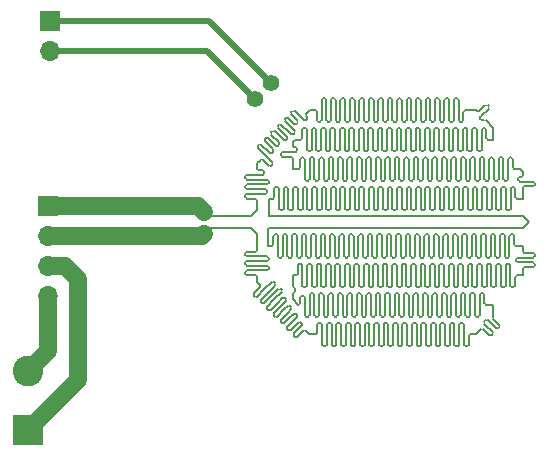
<source format=gbr>
%TF.GenerationSoftware,KiCad,Pcbnew,8.0.0-8.0.0-1~ubuntu20.04.1*%
%TF.CreationDate,2024-06-18T17:56:46-06:00*%
%TF.ProjectId,smart_sleeve,736d6172-745f-4736-9c65-6576652e6b69,rev?*%
%TF.SameCoordinates,Original*%
%TF.FileFunction,Copper,L1,Top*%
%TF.FilePolarity,Positive*%
%FSLAX46Y46*%
G04 Gerber Fmt 4.6, Leading zero omitted, Abs format (unit mm)*
G04 Created by KiCad (PCBNEW 8.0.0-8.0.0-1~ubuntu20.04.1) date 2024-06-18 17:56:46*
%MOMM*%
%LPD*%
G01*
G04 APERTURE LIST*
G04 Aperture macros list*
%AMHorizOval*
0 Thick line with rounded ends*
0 $1 width*
0 $2 $3 position (X,Y) of the first rounded end (center of the circle)*
0 $4 $5 position (X,Y) of the second rounded end (center of the circle)*
0 Add line between two ends*
20,1,$1,$2,$3,$4,$5,0*
0 Add two circle primitives to create the rounded ends*
1,1,$1,$2,$3*
1,1,$1,$4,$5*%
G04 Aperture macros list end*
%TA.AperFunction,Conductor*%
%ADD10C,0.200000*%
%TD*%
%TA.AperFunction,ComponentPad*%
%ADD11R,1.700000X1.700000*%
%TD*%
%TA.AperFunction,ComponentPad*%
%ADD12O,1.700000X1.700000*%
%TD*%
%TA.AperFunction,ComponentPad*%
%ADD13R,2.600000X2.600000*%
%TD*%
%TA.AperFunction,ComponentPad*%
%ADD14C,2.600000*%
%TD*%
%TA.AperFunction,ComponentPad*%
%ADD15C,1.400000*%
%TD*%
%TA.AperFunction,ComponentPad*%
%ADD16HorizOval,1.400000X0.000000X0.000000X0.000000X0.000000X0*%
%TD*%
%TA.AperFunction,Conductor*%
%ADD17C,1.500000*%
%TD*%
%TA.AperFunction,Conductor*%
%ADD18C,0.500000*%
%TD*%
G04 APERTURE END LIST*
D10*
%TO.N,/resistance*%
X171000000Y-101000000D02*
X169500000Y-101000000D01*
%TD*%
D11*
%TO.P,J3,1,Pin_1*%
%TO.N,+3.3V*%
X156500000Y-84460000D03*
D12*
%TO.P,J3,2,Pin_2*%
%TO.N,/Tout*%
X156500000Y-87000000D03*
%TD*%
D11*
%TO.P,J1,1,Pin_1*%
%TO.N,/resistance*%
X156310000Y-100120000D03*
D12*
%TO.P,J1,2,Pin_2*%
X156310000Y-102660000D03*
%TO.P,J1,3,Pin_3*%
%TO.N,/MOT_POS*%
X156310000Y-105200000D03*
%TO.P,J1,4,Pin_4*%
%TO.N,/MOT_NEG*%
X156310000Y-107740000D03*
%TD*%
D13*
%TO.P,J2,1,Pin_1*%
%TO.N,/MOT_POS*%
X154640000Y-119070000D03*
D14*
%TO.P,J2,2,Pin_2*%
%TO.N,/MOT_NEG*%
X154640000Y-114070000D03*
%TD*%
D15*
%TO.P,TH1,1*%
%TO.N,+3.3V*%
X175203503Y-89746497D03*
D16*
%TO.P,TH1,2*%
%TO.N,/Tout*%
X173860000Y-91090000D03*
%TD*%
D17*
%TO.N,/resistance*%
X169000000Y-100150000D02*
X169470000Y-100620000D01*
X165290000Y-100150000D02*
X169000000Y-100150000D01*
X165290000Y-100150000D02*
X156340000Y-100150000D01*
X156340000Y-100150000D02*
X156310000Y-100120000D01*
D10*
X193056259Y-99500000D02*
X193056259Y-98640000D01*
X193056259Y-100360000D02*
X193056259Y-99500000D01*
X186310983Y-98000000D02*
X186190983Y-98000000D01*
X192256259Y-100360000D02*
X192256259Y-99500000D01*
X191856259Y-99500000D02*
X191856259Y-100360000D01*
X179250983Y-97000000D02*
X179250983Y-97860000D01*
X191856259Y-98640000D02*
X191856259Y-99500000D01*
X191673687Y-93500000D02*
G75*
G02*
X191813700Y-93640000I13J-140000D01*
G01*
X195456259Y-98640000D02*
G75*
G02*
X195596259Y-98499959I140041J0D01*
G01*
X191196259Y-100500000D02*
X191316259Y-100500000D01*
X191056259Y-98640000D02*
X191056259Y-99500000D01*
X190796259Y-98500000D02*
X190916259Y-98500000D01*
X196500000Y-97520000D02*
X196500000Y-97400000D01*
X190656259Y-99500000D02*
X190656259Y-98640000D01*
X196240000Y-97660000D02*
X196360000Y-97660000D01*
X190396259Y-100500000D02*
X190516259Y-100500000D01*
X189996259Y-98500000D02*
X190116259Y-98500000D01*
X196640000Y-98460000D02*
X197360000Y-98460000D01*
X189856259Y-100360000D02*
X189856259Y-99500000D01*
X180800000Y-93000000D02*
G75*
G02*
X180660000Y-92860000I0J140000D01*
G01*
X189056259Y-100360000D02*
X189056259Y-99500000D01*
X188990983Y-96000000D02*
G75*
G03*
X188851000Y-96140000I17J-140000D01*
G01*
X185860000Y-91140000D02*
X185860000Y-92000000D01*
X188656259Y-99500000D02*
X188656259Y-100360000D01*
X188656259Y-98640000D02*
X188656259Y-99500000D01*
X188256259Y-99500000D02*
X188256259Y-98640000D01*
X186520000Y-93000000D02*
X186400000Y-93000000D01*
X187596259Y-98500000D02*
X187716259Y-98500000D01*
X190400000Y-93000000D02*
G75*
G02*
X190260000Y-92860000I0J140000D01*
G01*
X189413687Y-95360000D02*
G75*
G03*
X189553687Y-95500013I140013J0D01*
G01*
X187196259Y-100500000D02*
X187316259Y-100500000D01*
X187056259Y-98640000D02*
X187056259Y-99500000D01*
X193196259Y-98500000D02*
X193316259Y-98500000D01*
X189456259Y-99500000D02*
X189456259Y-100360000D01*
X182213687Y-95360000D02*
G75*
G03*
X182353687Y-95500013I140013J0D01*
G01*
X186656259Y-99500000D02*
X186656259Y-98640000D01*
X186656259Y-100360000D02*
X186656259Y-99500000D01*
X192796259Y-100500000D02*
X192916259Y-100500000D01*
X186450983Y-97000000D02*
X186450983Y-97860000D01*
X186256259Y-99500000D02*
X186256259Y-100360000D01*
X174926758Y-103500000D02*
X174926758Y-102073242D01*
X185996259Y-98500000D02*
X186116259Y-98500000D01*
X177856259Y-98640000D02*
G75*
G02*
X177996259Y-98499959I140041J0D01*
G01*
X186850983Y-97860000D02*
X186850983Y-97000000D01*
X185856259Y-99500000D02*
X185856259Y-98640000D01*
X187110983Y-98000000D02*
X186990983Y-98000000D01*
X174306852Y-96193151D02*
X174221998Y-96278003D01*
X185596259Y-100500000D02*
X185716259Y-100500000D01*
X185196259Y-98500000D02*
X185316259Y-98500000D01*
X193456259Y-99500000D02*
X193456259Y-100360000D01*
X184796259Y-100500000D02*
X184916259Y-100500000D01*
X181250983Y-96140000D02*
G75*
G03*
X181110983Y-96000017I-139983J0D01*
G01*
X188050983Y-96140000D02*
X188050983Y-97000000D01*
X189013687Y-94500000D02*
X189013687Y-93640000D01*
X184656259Y-98640000D02*
X184656259Y-99500000D01*
X188753687Y-95500000D02*
X188873687Y-95500000D01*
X184256259Y-100360000D02*
X184256259Y-99500000D01*
X189316259Y-98500000D02*
G75*
G02*
X189456300Y-98640000I41J-140000D01*
G01*
X188850983Y-97000000D02*
X188850983Y-97860000D01*
X175607929Y-95033495D02*
X175537219Y-94962785D01*
X183456259Y-99500000D02*
X183456259Y-98640000D01*
X195856259Y-98640000D02*
X195856259Y-99360000D01*
X189510983Y-98000000D02*
X189390983Y-98000000D01*
X176102905Y-94397098D02*
X175494791Y-93788985D01*
X183056259Y-99500000D02*
X183056259Y-100360000D01*
X182450983Y-97860000D02*
G75*
G02*
X182310983Y-97999983I-139983J0D01*
G01*
X189910983Y-96000000D02*
X189790983Y-96000000D01*
X176385746Y-94114251D02*
X176534240Y-94262746D01*
X182796259Y-98500000D02*
X182916259Y-98500000D01*
X190050983Y-97860000D02*
X190050983Y-97000000D01*
X187013687Y-94500000D02*
X187013687Y-95360000D01*
X182396259Y-100500000D02*
X182516259Y-100500000D01*
X181673687Y-95500000D02*
G75*
G03*
X181813700Y-95360000I13J140000D01*
G01*
X190450983Y-96140000D02*
X190450983Y-97000000D01*
X186613687Y-94500000D02*
X186613687Y-93640000D01*
X181996259Y-98500000D02*
X182116259Y-98500000D01*
X181856259Y-99500000D02*
X181856259Y-98640000D01*
X191110983Y-98000000D02*
X190990983Y-98000000D01*
X181196259Y-98500000D02*
X181316259Y-98500000D01*
X185413687Y-94500000D02*
X185413687Y-95360000D01*
X181056259Y-99500000D02*
X181056259Y-98640000D01*
X193553687Y-94500000D02*
X193673687Y-94500000D01*
X177948457Y-92848530D02*
X177898960Y-92799033D01*
X180656259Y-99500000D02*
X180656259Y-100360000D01*
X174000000Y-100033785D02*
X174000000Y-100500000D01*
X180256259Y-100360000D02*
X180256259Y-99500000D01*
X178990983Y-98000000D02*
G75*
G02*
X178851000Y-97860000I17J140000D01*
G01*
X184353687Y-93500000D02*
X184473687Y-93500000D01*
X179996259Y-100500000D02*
X180116259Y-100500000D01*
X193013687Y-93640000D02*
G75*
G02*
X193153687Y-93499987I140013J0D01*
G01*
X192850983Y-96140000D02*
X192850983Y-97000000D01*
X184213687Y-94500000D02*
X184213687Y-93640000D01*
X179856259Y-99500000D02*
X179856259Y-100360000D01*
X179860000Y-92000000D02*
X179860000Y-91140000D01*
X179856259Y-98640000D02*
X179856259Y-99500000D01*
X183953687Y-95500000D02*
X184073687Y-95500000D01*
X179860000Y-92860000D02*
X179860000Y-92000000D01*
X179596259Y-98500000D02*
X179716259Y-98500000D01*
X183856259Y-100360000D02*
G75*
G03*
X183996259Y-100500041I140041J0D01*
G01*
X183813687Y-94500000D02*
X183813687Y-95360000D01*
X180120000Y-93000000D02*
X180000000Y-93000000D01*
X179196259Y-100500000D02*
X179316259Y-100500000D01*
X183413687Y-94500000D02*
X183413687Y-93640000D01*
X178656259Y-99500000D02*
X178656259Y-98640000D01*
X194310983Y-98000000D02*
X194190983Y-98000000D01*
X178256259Y-99500000D02*
X178256259Y-100360000D01*
X185200000Y-91000000D02*
G75*
G03*
X185060000Y-91140000I0J-140000D01*
G01*
X177596259Y-100500000D02*
X177716259Y-100500000D01*
X177456259Y-98640000D02*
X177456259Y-99500000D01*
X191650983Y-96140000D02*
G75*
G03*
X191510983Y-96000017I-139983J0D01*
G01*
X195650983Y-96860000D02*
X195650983Y-96140000D01*
X177056259Y-99500000D02*
X177056259Y-98640000D01*
X177056259Y-100360000D02*
X177056259Y-99500000D01*
X175282660Y-95641606D02*
G75*
G02*
X175084670Y-95641606I-98995J98995D01*
G01*
X176796259Y-100500000D02*
X176916259Y-100500000D01*
X176656259Y-99500000D02*
X176656259Y-100360000D01*
X176256259Y-99500000D02*
X176256259Y-98640000D01*
X175856259Y-99360000D02*
X175856259Y-100360000D01*
X175596259Y-98500000D02*
X175716259Y-98500000D01*
X175000000Y-101000000D02*
X175000000Y-99500000D01*
X188260000Y-92860000D02*
G75*
G02*
X188120000Y-93000000I-140000J0D01*
G01*
X181860000Y-92860000D02*
G75*
G02*
X181720000Y-93000000I-140000J0D01*
G01*
X180656259Y-100360000D02*
G75*
G03*
X180796259Y-100500041I140041J0D01*
G01*
X196500000Y-101000000D02*
X175000000Y-101000000D01*
X196500000Y-102000000D02*
X197000000Y-101500000D01*
X181856259Y-100360000D02*
X181856259Y-99500000D01*
X193600481Y-91884258D02*
G75*
G03*
X193600444Y-91686305I-98981J98958D01*
G01*
X174000000Y-96950000D02*
G75*
G03*
X174140000Y-97090000I140000J0D01*
G01*
X191200000Y-93000000D02*
G75*
G02*
X191060000Y-92860000I0J140000D01*
G01*
X191013687Y-94500000D02*
X191013687Y-95360000D01*
X174504842Y-96193151D02*
G75*
G03*
X174306852Y-96193151I-98995J-98995D01*
G01*
X183013687Y-93640000D02*
X183013687Y-94500000D01*
X181060000Y-92000000D02*
X181060000Y-92860000D01*
X175211948Y-96702267D02*
G75*
G02*
X175013958Y-96702267I-98995J98995D01*
G01*
X185456259Y-98640000D02*
X185456259Y-99500000D01*
X187650983Y-97000000D02*
X187650983Y-96140000D01*
X174080577Y-95203198D02*
X174688688Y-95811309D01*
X175296801Y-96419423D02*
G75*
G02*
X175296783Y-96617395I-99001J-98977D01*
G01*
X174080578Y-95005209D02*
G75*
G03*
X174080581Y-95203194I99022J-98991D01*
G01*
X174363420Y-94920356D02*
G75*
G03*
X174165430Y-94920356I-98995J-98995D01*
G01*
X174971533Y-95528469D02*
X174363420Y-94920356D01*
X176534239Y-94262747D02*
G75*
G02*
X176534198Y-94460694I-99039J-98953D01*
G01*
X193317638Y-91601415D02*
X192808521Y-92110531D01*
X175777635Y-93308150D02*
G75*
G03*
X175777680Y-93506095I98965J-98950D01*
G01*
X177085785Y-94050614D02*
G75*
G02*
X176887795Y-94050614I-98995J98995D01*
G01*
X177223687Y-94500000D02*
X177673687Y-94500000D01*
X177170638Y-93767770D02*
G75*
G02*
X177170673Y-93965795I-99038J-99030D01*
G01*
X176343323Y-92742464D02*
G75*
G03*
X176343281Y-92940494I98977J-99036D01*
G01*
X177260000Y-95160000D02*
X177140000Y-95160000D01*
X175996259Y-100500000D02*
X176116259Y-100500000D01*
X189056259Y-98640000D02*
G75*
G02*
X189196259Y-98499959I140041J0D01*
G01*
X177333272Y-93166728D02*
G75*
G02*
X177135282Y-93166728I-98995J98995D01*
G01*
X187996259Y-100500000D02*
X188116259Y-100500000D01*
X190000000Y-91000000D02*
G75*
G03*
X189860000Y-91140000I0J-140000D01*
G01*
X177418124Y-92883883D02*
G75*
G02*
X177418146Y-93081895I-99024J-99017D01*
G01*
X176909009Y-92176778D02*
G75*
G03*
X176908981Y-92374794I98991J-99022D01*
G01*
X177191851Y-92091925D02*
G75*
G03*
X176993861Y-92091925I-98995J-98995D01*
G01*
X178146447Y-92848530D02*
G75*
G02*
X177948457Y-92848530I-98995J98995D01*
G01*
X178181802Y-92318198D02*
G75*
G03*
X178181795Y-92516195I98998J-99002D01*
G01*
X186710983Y-96000000D02*
X186590983Y-96000000D01*
X189056259Y-99500000D02*
X189056259Y-98640000D01*
X179060000Y-92140000D02*
G75*
G03*
X178920000Y-92000000I-140000J0D01*
G01*
X185056259Y-100360000D02*
X185056259Y-99500000D01*
X189153687Y-93500000D02*
X189273687Y-93500000D01*
X179460000Y-92860000D02*
G75*
G02*
X179320000Y-93000000I-140000J0D01*
G01*
X179600000Y-91000000D02*
G75*
G03*
X179460000Y-91140000I0J-140000D01*
G01*
X179860000Y-91140000D02*
G75*
G03*
X179720000Y-91000000I-140000J0D01*
G01*
X186260000Y-91140000D02*
G75*
G03*
X186120000Y-91000000I-140000J0D01*
G01*
X180000000Y-93000000D02*
G75*
G02*
X179860000Y-92860000I0J140000D01*
G01*
X188450983Y-97000000D02*
X188450983Y-96140000D01*
X180260000Y-92860000D02*
G75*
G02*
X180120000Y-93000000I-140000J0D01*
G01*
X180613687Y-94500000D02*
X180613687Y-95360000D01*
X180400000Y-91000000D02*
G75*
G03*
X180260000Y-91140000I0J-140000D01*
G01*
X180660000Y-91140000D02*
G75*
G03*
X180520000Y-91000000I-140000J0D01*
G01*
X183856259Y-98640000D02*
X183856259Y-99500000D01*
X187953687Y-95500000D02*
X188073687Y-95500000D01*
X181060000Y-92860000D02*
G75*
G02*
X180920000Y-93000000I-140000J0D01*
G01*
X187553687Y-93500000D02*
X187673687Y-93500000D01*
X181460000Y-91140000D02*
G75*
G03*
X181320000Y-91000000I-140000J0D01*
G01*
X177856259Y-100360000D02*
X177856259Y-99500000D01*
X191456259Y-100360000D02*
X191456259Y-99500000D01*
X195250983Y-96860000D02*
X195250983Y-97860000D01*
X181953687Y-93500000D02*
X182073687Y-93500000D01*
X182000000Y-91000000D02*
G75*
G03*
X181860000Y-91140000I0J-140000D01*
G01*
X188400000Y-91000000D02*
G75*
G03*
X188260000Y-91140000I0J-140000D01*
G01*
X179200000Y-93000000D02*
G75*
G02*
X179060000Y-92860000I0J140000D01*
G01*
X182260000Y-91140000D02*
G75*
G03*
X182120000Y-91000000I-140000J0D01*
G01*
X188660000Y-91140000D02*
G75*
G03*
X188520000Y-91000000I-140000J0D01*
G01*
X182400000Y-93000000D02*
G75*
G02*
X182260000Y-92860000I0J140000D01*
G01*
X188800000Y-93000000D02*
G75*
G02*
X188660000Y-92860000I0J140000D01*
G01*
X182800000Y-91000000D02*
G75*
G03*
X182660000Y-91140000I0J-140000D01*
G01*
X189200000Y-91000000D02*
G75*
G03*
X189060000Y-91140000I0J-140000D01*
G01*
X175856259Y-100360000D02*
G75*
G03*
X175996259Y-100500041I140041J0D01*
G01*
X188796259Y-100500000D02*
X188916259Y-100500000D01*
X183060000Y-91140000D02*
G75*
G03*
X182920000Y-91000000I-140000J0D01*
G01*
X183200000Y-93000000D02*
G75*
G02*
X183060000Y-92860000I0J140000D01*
G01*
X188396259Y-98500000D02*
X188516259Y-98500000D01*
X183460000Y-92860000D02*
G75*
G02*
X183320000Y-93000000I-140000J0D01*
G01*
X184260000Y-92860000D02*
G75*
G02*
X184120000Y-93000000I-140000J0D01*
G01*
X179390983Y-96000000D02*
G75*
G03*
X179251000Y-96140000I17J-140000D01*
G01*
X192256259Y-99500000D02*
X192256259Y-98640000D01*
X186256259Y-98640000D02*
X186256259Y-99500000D01*
X184400000Y-91000000D02*
G75*
G03*
X184260000Y-91140000I0J-140000D01*
G01*
X190450983Y-97860000D02*
G75*
G02*
X190310983Y-97999983I-139983J0D01*
G01*
X190800000Y-91000000D02*
G75*
G03*
X190660000Y-91140000I0J-140000D01*
G01*
X178396259Y-100500000D02*
X178516259Y-100500000D01*
X180190983Y-96000000D02*
G75*
G03*
X180051000Y-96140000I17J-140000D01*
G01*
X194450983Y-96140000D02*
X194450983Y-97000000D01*
X178231300Y-92565686D02*
G75*
G02*
X178231319Y-92763695I-99000J-99014D01*
G01*
X174460000Y-97490000D02*
X174140000Y-97490000D01*
X184660000Y-91140000D02*
G75*
G03*
X184520000Y-91000000I-140000J0D01*
G01*
X184800000Y-93000000D02*
G75*
G02*
X184660000Y-92860000I0J140000D01*
G01*
X185060000Y-92860000D02*
G75*
G02*
X184920000Y-93000000I-140000J0D01*
G01*
X192656259Y-98640000D02*
X192656259Y-99500000D01*
X185460000Y-91140000D02*
G75*
G03*
X185320000Y-91000000I-140000J0D01*
G01*
X178873687Y-93500000D02*
G75*
G02*
X179013700Y-93640000I13J-140000D01*
G01*
X185600000Y-93000000D02*
G75*
G02*
X185460000Y-92860000I0J140000D01*
G01*
X177856259Y-99500000D02*
X177856259Y-98640000D01*
X195110983Y-98000000D02*
X194990983Y-98000000D01*
X184396259Y-98500000D02*
X184516259Y-98500000D01*
X188450983Y-97860000D02*
X188450983Y-97000000D01*
X186000000Y-91000000D02*
G75*
G03*
X185860000Y-91140000I0J-140000D01*
G01*
X186400000Y-93000000D02*
G75*
G02*
X186260000Y-92860000I0J140000D01*
G01*
X186800000Y-91000000D02*
G75*
G03*
X186660000Y-91140000I0J-140000D01*
G01*
X181650983Y-97860000D02*
G75*
G02*
X181510983Y-97999983I-139983J0D01*
G01*
X187600000Y-91000000D02*
G75*
G03*
X187460000Y-91140000I0J-140000D01*
G01*
X187860000Y-91140000D02*
G75*
G03*
X187720000Y-91000000I-140000J0D01*
G01*
X187013687Y-95360000D02*
G75*
G03*
X187153687Y-95500013I140013J0D01*
G01*
X188000000Y-93000000D02*
G75*
G02*
X187860000Y-92860000I0J140000D01*
G01*
X181600000Y-93000000D02*
G75*
G02*
X181460000Y-92860000I0J140000D01*
G01*
X176626165Y-92657611D02*
G75*
G03*
X176428175Y-92657611I-98995J-98995D01*
G01*
X189460000Y-91140000D02*
G75*
G03*
X189320000Y-91000000I-140000J0D01*
G01*
X183790983Y-98000000D02*
G75*
G02*
X183651000Y-97860000I17J140000D01*
G01*
X190256259Y-98640000D02*
X190256259Y-99500000D01*
X189600000Y-93000000D02*
G75*
G02*
X189460000Y-92860000I0J140000D01*
G01*
X189860000Y-92860000D02*
G75*
G02*
X189720000Y-93000000I-140000J0D01*
G01*
X179456259Y-100360000D02*
X179456259Y-99500000D01*
X193650983Y-97000000D02*
X193650983Y-97860000D01*
X183553687Y-93500000D02*
X183673687Y-93500000D01*
X190260000Y-91140000D02*
G75*
G03*
X190120000Y-91000000I-140000J0D01*
G01*
X192656259Y-99500000D02*
X192656259Y-100360000D01*
X191013687Y-93640000D02*
X191013687Y-94500000D01*
X190660000Y-92860000D02*
G75*
G02*
X190520000Y-93000000I-140000J0D01*
G01*
X176060478Y-93223298D02*
G75*
G03*
X175862488Y-93223298I-98995J-98995D01*
G01*
X181596259Y-100500000D02*
X181716259Y-100500000D01*
X191250983Y-96140000D02*
X191250983Y-97000000D01*
X177418124Y-93081873D02*
X177333272Y-93166727D01*
X192808521Y-92110531D02*
G75*
G02*
X192610531Y-92110531I-98995J98995D01*
G01*
X193515628Y-91601415D02*
G75*
G03*
X193317638Y-91601415I-98995J-98995D01*
G01*
X192903983Y-92757537D02*
G75*
G02*
X192903934Y-92580712I88417J88437D01*
G01*
X189060000Y-92860000D02*
G75*
G02*
X188920000Y-93000000I-140000J0D01*
G01*
X182660000Y-92860000D02*
G75*
G02*
X182520000Y-93000000I-140000J0D01*
G01*
X177813687Y-94360000D02*
X177813687Y-93640000D01*
X193186825Y-92863602D02*
G75*
G02*
X193010013Y-92863641I-88425J88402D01*
G01*
X192873687Y-95500000D02*
G75*
G03*
X193013700Y-95360000I13J140000D01*
G01*
X196240000Y-98060000D02*
G75*
G02*
X196100000Y-97920000I0J140000D01*
G01*
X192613687Y-95360000D02*
G75*
G03*
X192753687Y-95500013I140013J0D01*
G01*
X197500000Y-98200000D02*
G75*
G03*
X197360000Y-98060000I-140000J0D01*
G01*
X184000000Y-93000000D02*
G75*
G02*
X183860000Y-92860000I0J140000D01*
G01*
X185013687Y-93640000D02*
G75*
G02*
X185153687Y-93499987I140013J0D01*
G01*
X185250983Y-97860000D02*
X185250983Y-97000000D01*
X191813687Y-94500000D02*
X191813687Y-95360000D01*
X192473687Y-93500000D02*
G75*
G02*
X192613700Y-93640000I13J-140000D01*
G01*
X197360000Y-98460000D02*
G75*
G03*
X197500000Y-98320000I0J140000D01*
G01*
X192213687Y-93640000D02*
G75*
G02*
X192353687Y-93499987I140013J0D01*
G01*
X192073687Y-95500000D02*
G75*
G03*
X192213700Y-95360000I13J140000D01*
G01*
X195856259Y-99360000D02*
G75*
G03*
X195996259Y-99500041I140041J0D01*
G01*
X190613687Y-94500000D02*
X190613687Y-93640000D01*
X191813687Y-95360000D02*
G75*
G03*
X191953687Y-95500013I140013J0D01*
G01*
X195716259Y-98500000D02*
G75*
G02*
X195856300Y-98640000I41J-140000D01*
G01*
X194710983Y-96000000D02*
X194590983Y-96000000D01*
X181460000Y-92000000D02*
X181460000Y-91140000D01*
X191413687Y-93640000D02*
G75*
G02*
X191553687Y-93499987I140013J0D01*
G01*
X195316259Y-100500000D02*
G75*
G03*
X195456300Y-100360000I41J140000D01*
G01*
X191273687Y-95500000D02*
G75*
G03*
X191413700Y-95360000I13J140000D01*
G01*
X190613687Y-93640000D02*
G75*
G02*
X190753687Y-93499987I140013J0D01*
G01*
X176656259Y-98640000D02*
X176656259Y-99500000D01*
X194656259Y-98640000D02*
G75*
G02*
X194796259Y-98499959I140041J0D01*
G01*
X174860000Y-97890000D02*
G75*
G02*
X175000000Y-98030000I0J-140000D01*
G01*
X180396259Y-98500000D02*
X180516259Y-98500000D01*
X192450983Y-97860000D02*
X192450983Y-97000000D01*
X184613687Y-94500000D02*
X184613687Y-95360000D01*
X179320000Y-93000000D02*
X179200000Y-93000000D01*
X190473687Y-95500000D02*
G75*
G03*
X190613700Y-95360000I13J140000D01*
G01*
X194516259Y-100500000D02*
G75*
G03*
X194656300Y-100360000I41J140000D01*
G01*
X183060000Y-92860000D02*
X183060000Y-92000000D01*
X173000000Y-97750000D02*
G75*
G03*
X173140000Y-97890000I140000J0D01*
G01*
X186660000Y-92860000D02*
G75*
G02*
X186520000Y-93000000I-140000J0D01*
G01*
X189456259Y-100360000D02*
G75*
G03*
X189596259Y-100500041I140041J0D01*
G01*
X190213687Y-95360000D02*
G75*
G03*
X190353687Y-95500013I140013J0D01*
G01*
X194256259Y-100360000D02*
G75*
G03*
X194396259Y-100500041I140041J0D01*
G01*
X189673687Y-95500000D02*
G75*
G03*
X189813700Y-95360000I13J140000D01*
G01*
X185056259Y-99500000D02*
X185056259Y-98640000D01*
X188873687Y-95500000D02*
G75*
G03*
X189013700Y-95360000I13J140000D01*
G01*
X190916259Y-98500000D02*
G75*
G02*
X191056300Y-98640000I41J-140000D01*
G01*
X181056259Y-100360000D02*
X181056259Y-99500000D01*
X188613687Y-95360000D02*
G75*
G03*
X188753687Y-95500013I140013J0D01*
G01*
X190656259Y-98640000D02*
G75*
G02*
X190796259Y-98499959I140041J0D01*
G01*
X184213687Y-93640000D02*
G75*
G02*
X184353687Y-93499987I140013J0D01*
G01*
X174000000Y-96500000D02*
X174000000Y-96950000D01*
X183860000Y-91140000D02*
G75*
G03*
X183720000Y-91000000I-140000J0D01*
G01*
X192656259Y-100360000D02*
G75*
G03*
X192796259Y-100500041I140041J0D01*
G01*
X186073687Y-93500000D02*
G75*
G02*
X186213700Y-93640000I13J-140000D01*
G01*
X183650983Y-97000000D02*
X183650983Y-96140000D01*
X195250983Y-97860000D02*
G75*
G02*
X195110983Y-97999983I-139983J0D01*
G01*
X178656259Y-98640000D02*
G75*
G02*
X178796259Y-98499959I140041J0D01*
G01*
X195390983Y-96000000D02*
G75*
G03*
X195251000Y-96140000I17J-140000D01*
G01*
X177000000Y-94723687D02*
X177223687Y-94500000D01*
X195650983Y-96140000D02*
G75*
G03*
X195510983Y-96000017I-139983J0D01*
G01*
X177000000Y-95020000D02*
X177000000Y-94900000D01*
X193250983Y-96140000D02*
G75*
G03*
X193110983Y-96000017I-139983J0D01*
G01*
X193390983Y-98000000D02*
G75*
G02*
X193251000Y-97860000I17J140000D01*
G01*
X183056259Y-98640000D02*
X183056259Y-99500000D01*
X187153687Y-95500000D02*
X187273687Y-95500000D01*
X175777635Y-93506140D02*
X176385746Y-94114251D01*
X193650983Y-97860000D02*
G75*
G02*
X193510983Y-97999983I-139983J0D01*
G01*
X189596259Y-100500000D02*
X189716259Y-100500000D01*
X186796259Y-98500000D02*
X186916259Y-98500000D01*
X195056259Y-100360000D02*
G75*
G03*
X195196259Y-100500041I140041J0D01*
G01*
X175367512Y-95358764D02*
G75*
G02*
X175367552Y-95556795I-99012J-99036D01*
G01*
X182660000Y-91140000D02*
X182660000Y-92000000D01*
X194590983Y-96000000D02*
G75*
G03*
X194451000Y-96140000I17J-140000D01*
G01*
X175856259Y-98640000D02*
X175856259Y-99360000D01*
X190256259Y-100360000D02*
G75*
G03*
X190396259Y-100500041I140041J0D01*
G01*
X187060000Y-91140000D02*
G75*
G03*
X186920000Y-91000000I-140000J0D01*
G01*
X184190983Y-96000000D02*
G75*
G03*
X184051000Y-96140000I17J-140000D01*
G01*
X187856259Y-98640000D02*
X187856259Y-99500000D01*
X184116259Y-100500000D02*
G75*
G03*
X184256300Y-100360000I41J140000D01*
G01*
X185250983Y-97000000D02*
X185250983Y-96140000D01*
X174646263Y-94439524D02*
G75*
G03*
X174646281Y-94637494I99037J-98976D01*
G01*
X196640000Y-98060000D02*
X196240000Y-98060000D01*
X194850983Y-96140000D02*
G75*
G03*
X194710983Y-96000017I-139983J0D01*
G01*
X190116259Y-98500000D02*
G75*
G02*
X190256300Y-98640000I41J-140000D01*
G01*
X181860000Y-91140000D02*
X181860000Y-92000000D01*
X177456259Y-99500000D02*
X177456259Y-100360000D01*
X191456259Y-98640000D02*
G75*
G02*
X191596259Y-98499959I140041J0D01*
G01*
X186613687Y-93640000D02*
G75*
G02*
X186753687Y-93499987I140013J0D01*
G01*
X186473687Y-95500000D02*
G75*
G03*
X186613700Y-95360000I13J140000D01*
G01*
X193056259Y-98640000D02*
G75*
G02*
X193196259Y-98499959I140041J0D01*
G01*
X174710000Y-98690000D02*
G75*
G02*
X174850000Y-98830000I0J-140000D01*
G01*
X188916259Y-100500000D02*
G75*
G03*
X189056300Y-100360000I41J140000D01*
G01*
X195996259Y-99500000D02*
X196116259Y-99500000D01*
X187813687Y-95360000D02*
G75*
G03*
X187953687Y-95500013I140013J0D01*
G01*
X185650983Y-97860000D02*
G75*
G02*
X185510983Y-97999983I-139983J0D01*
G01*
X174221998Y-96278003D02*
X174000000Y-96500000D01*
X190873687Y-93500000D02*
G75*
G02*
X191013700Y-93640000I13J-140000D01*
G01*
X184656259Y-99500000D02*
X184656259Y-100360000D01*
X188310983Y-96000000D02*
X188190983Y-96000000D01*
X188516259Y-98500000D02*
G75*
G02*
X188656300Y-98640000I41J-140000D01*
G01*
X177996259Y-98500000D02*
X178116259Y-98500000D01*
X175000000Y-102000000D02*
X196500000Y-102000000D01*
X187056259Y-100360000D02*
G75*
G03*
X187196259Y-100500041I140041J0D01*
G01*
X179910983Y-98000000D02*
X179790983Y-98000000D01*
X180590983Y-98000000D02*
G75*
G02*
X180451000Y-97860000I17J140000D01*
G01*
X174850000Y-98950000D02*
G75*
G02*
X174710000Y-99090000I-140000J0D01*
G01*
X178213687Y-94360000D02*
X178213687Y-95360000D01*
X188073687Y-95500000D02*
G75*
G03*
X188213700Y-95360000I13J140000D01*
G01*
X185390983Y-98000000D02*
G75*
G02*
X185251000Y-97860000I17J140000D01*
G01*
X174140000Y-97090000D02*
X174460000Y-97090000D01*
X180916259Y-100500000D02*
G75*
G03*
X181056300Y-100360000I41J140000D01*
G01*
X188050983Y-97860000D02*
G75*
G02*
X187910983Y-97999983I-139983J0D01*
G01*
X190450983Y-97000000D02*
X190450983Y-97860000D01*
X190256259Y-99500000D02*
X190256259Y-100360000D01*
X186516259Y-100500000D02*
G75*
G03*
X186656300Y-100360000I41J140000D01*
G01*
X180613687Y-95360000D02*
G75*
G03*
X180753687Y-95500013I140013J0D01*
G01*
X178920000Y-92000000D02*
X178800000Y-92000000D01*
X192256259Y-98640000D02*
G75*
G02*
X192396259Y-98499959I140041J0D01*
G01*
X183316259Y-100500000D02*
G75*
G03*
X183456300Y-100360000I41J140000D01*
G01*
X196360000Y-97660000D02*
G75*
G03*
X196500000Y-97520000I0J140000D01*
G01*
X188256259Y-100360000D02*
X188256259Y-99500000D01*
X184850983Y-97000000D02*
X184850983Y-97860000D01*
X180256259Y-98640000D02*
G75*
G02*
X180396259Y-98499959I140041J0D01*
G01*
X182256259Y-98640000D02*
X182256259Y-99500000D01*
X190850983Y-97000000D02*
X190850983Y-96140000D01*
X187316259Y-100500000D02*
G75*
G03*
X187456300Y-100360000I41J140000D01*
G01*
X190190983Y-98000000D02*
G75*
G02*
X190051000Y-97860000I17J140000D01*
G01*
X193790983Y-96000000D02*
G75*
G03*
X193651000Y-96140000I17J-140000D01*
G01*
X176256259Y-100360000D02*
X176256259Y-99500000D01*
X182873687Y-93500000D02*
G75*
G02*
X183013700Y-93640000I13J-140000D01*
G01*
X187856259Y-100360000D02*
G75*
G03*
X187996259Y-100500041I140041J0D01*
G01*
X179716259Y-98500000D02*
G75*
G02*
X179856300Y-98640000I41J-140000D01*
G01*
X185013687Y-94500000D02*
X185013687Y-93640000D01*
X178800000Y-92000000D02*
X178500000Y-92000000D01*
X189813687Y-93640000D02*
G75*
G02*
X189953687Y-93499987I140013J0D01*
G01*
X195456259Y-100360000D02*
X195456259Y-99500000D01*
X187456259Y-98640000D02*
G75*
G02*
X187596259Y-98499959I140041J0D01*
G01*
X185860000Y-92000000D02*
X185860000Y-92860000D01*
X179316259Y-100500000D02*
G75*
G03*
X179456300Y-100360000I41J140000D01*
G01*
X188850983Y-97860000D02*
G75*
G02*
X188710983Y-97999983I-139983J0D01*
G01*
X182656259Y-98640000D02*
G75*
G02*
X182796259Y-98499959I140041J0D01*
G01*
X186190983Y-98000000D02*
G75*
G02*
X186051000Y-97860000I17J140000D01*
G01*
X189320000Y-91000000D02*
X189200000Y-91000000D01*
X185716259Y-100500000D02*
G75*
G03*
X185856300Y-100360000I41J140000D01*
G01*
X191596259Y-98500000D02*
X191716259Y-98500000D01*
X187650983Y-96140000D02*
G75*
G03*
X187510983Y-96000017I-139983J0D01*
G01*
X181316259Y-98500000D02*
G75*
G02*
X181456300Y-98640000I41J-140000D01*
G01*
X175316259Y-99500000D02*
G75*
G03*
X175456300Y-99360000I41J140000D01*
G01*
X181413687Y-94500000D02*
X181413687Y-95360000D01*
X187250983Y-97860000D02*
G75*
G02*
X187110983Y-97999983I-139983J0D01*
G01*
X192916259Y-100500000D02*
G75*
G03*
X193056300Y-100360000I41J140000D01*
G01*
X186213687Y-95360000D02*
G75*
G03*
X186353687Y-95500013I140013J0D01*
G01*
X183716259Y-98500000D02*
G75*
G02*
X183856300Y-98640000I41J-140000D01*
G01*
X184050983Y-97860000D02*
G75*
G02*
X183910983Y-97999983I-139983J0D01*
G01*
X185456259Y-99500000D02*
X185456259Y-100360000D01*
X189060000Y-92000000D02*
X189060000Y-92860000D01*
X182516259Y-100500000D02*
G75*
G03*
X182656300Y-100360000I41J140000D01*
G01*
X187790983Y-98000000D02*
G75*
G02*
X187651000Y-97860000I17J140000D01*
G01*
X181056259Y-98640000D02*
G75*
G02*
X181196259Y-98499959I140041J0D01*
G01*
X182310983Y-98000000D02*
X182190983Y-98000000D01*
X181200000Y-91000000D02*
G75*
G03*
X181060000Y-91140000I0J-140000D01*
G01*
X187413687Y-93640000D02*
G75*
G02*
X187553687Y-93499987I140013J0D01*
G01*
X182073687Y-93500000D02*
G75*
G02*
X182213700Y-93640000I13J-140000D01*
G01*
X191320000Y-93000000D02*
X191200000Y-93000000D01*
X176116259Y-100500000D02*
G75*
G03*
X176256300Y-100360000I41J140000D01*
G01*
X185790983Y-96000000D02*
G75*
G03*
X185651000Y-96140000I17J-140000D01*
G01*
X194256259Y-99500000D02*
X194256259Y-100360000D01*
X193363604Y-92863604D02*
G75*
G03*
X193186812Y-92863589I-88404J-88396D01*
G01*
X175456259Y-98640000D02*
G75*
G02*
X175596259Y-98499959I140041J0D01*
G01*
X191060000Y-91140000D02*
G75*
G03*
X190920000Y-91000000I-140000J0D01*
G01*
X178656259Y-100360000D02*
X178656259Y-99500000D01*
X185456259Y-100360000D02*
G75*
G03*
X185596259Y-100500041I140041J0D01*
G01*
X191013687Y-95360000D02*
G75*
G03*
X191153687Y-95500013I140013J0D01*
G01*
X175254373Y-95245624D02*
X175367512Y-95358764D01*
X188656259Y-100360000D02*
G75*
G03*
X188796259Y-100500041I140041J0D01*
G01*
X189273687Y-93500000D02*
G75*
G02*
X189413700Y-93640000I13J-140000D01*
G01*
X185316259Y-98500000D02*
G75*
G02*
X185456300Y-98640000I41J-140000D01*
G01*
X182256259Y-100360000D02*
G75*
G03*
X182396259Y-100500041I140041J0D01*
G01*
X186590983Y-96000000D02*
G75*
G03*
X186451000Y-96140000I17J-140000D01*
G01*
X180450983Y-97860000D02*
X180450983Y-97000000D01*
X190073687Y-93500000D02*
G75*
G02*
X190213700Y-93640000I13J-140000D01*
G01*
X187716259Y-98500000D02*
G75*
G02*
X187856300Y-98640000I41J-140000D01*
G01*
X186656259Y-98640000D02*
G75*
G02*
X186796259Y-98499959I140041J0D01*
G01*
X181013687Y-94500000D02*
X181013687Y-93640000D01*
X186050983Y-96140000D02*
G75*
G03*
X185910983Y-96000017I-139983J0D01*
G01*
X182916259Y-98500000D02*
G75*
G02*
X183056300Y-98640000I41J-140000D01*
G01*
X182213687Y-93640000D02*
X182213687Y-94500000D01*
X183813687Y-95360000D02*
G75*
G03*
X183953687Y-95500013I140013J0D01*
G01*
X194256259Y-98640000D02*
X194256259Y-99500000D01*
X192116259Y-100500000D02*
G75*
G03*
X192256300Y-100360000I41J140000D01*
G01*
X183056259Y-100360000D02*
G75*
G03*
X183196259Y-100500041I140041J0D01*
G01*
X190213687Y-94500000D02*
X190213687Y-95360000D01*
X183600000Y-91000000D02*
G75*
G03*
X183460000Y-91140000I0J-140000D01*
G01*
X184850983Y-96140000D02*
X184850983Y-97000000D01*
X182613687Y-93640000D02*
G75*
G02*
X182753687Y-93499987I140013J0D01*
G01*
X194050983Y-96140000D02*
G75*
G03*
X193910983Y-96000017I-139983J0D01*
G01*
X187413687Y-95360000D02*
X187413687Y-94500000D01*
X179456259Y-98640000D02*
G75*
G02*
X179596259Y-98499959I140041J0D01*
G01*
X179056259Y-99500000D02*
X179056259Y-100360000D01*
X178116259Y-98500000D02*
G75*
G02*
X178256300Y-98640000I41J-140000D01*
G01*
X178850983Y-97000000D02*
X178850983Y-96140000D01*
X188260000Y-91140000D02*
X188260000Y-92000000D01*
X188590983Y-98000000D02*
G75*
G02*
X188451000Y-97860000I17J140000D01*
G01*
X191716259Y-98500000D02*
G75*
G02*
X191856300Y-98640000I41J-140000D01*
G01*
X185273687Y-93500000D02*
G75*
G02*
X185413700Y-93640000I13J-140000D01*
G01*
X189456259Y-98640000D02*
X189456259Y-99500000D01*
X176656259Y-100360000D02*
G75*
G03*
X176796259Y-100500041I140041J0D01*
G01*
X192590983Y-98000000D02*
G75*
G02*
X192451000Y-97860000I17J140000D01*
G01*
X195790983Y-97000000D02*
G75*
G02*
X195651000Y-96860000I17J140000D01*
G01*
X176256259Y-98640000D02*
G75*
G02*
X176396259Y-98499959I140041J0D01*
G01*
X185860000Y-92860000D02*
G75*
G02*
X185720000Y-93000000I-140000J0D01*
G01*
X181856259Y-98640000D02*
G75*
G02*
X181996259Y-98499959I140041J0D01*
G01*
X181273687Y-93500000D02*
G75*
G02*
X181413700Y-93640000I13J-140000D01*
G01*
X178613687Y-95360000D02*
X178613687Y-94500000D01*
X184916259Y-100500000D02*
G75*
G03*
X185056300Y-100360000I41J140000D01*
G01*
X188116259Y-100500000D02*
G75*
G03*
X188256300Y-100360000I41J140000D01*
G01*
X177170638Y-93965760D02*
X177085785Y-94050614D01*
X190590983Y-96000000D02*
G75*
G03*
X190451000Y-96140000I17J-140000D01*
G01*
X193910983Y-96000000D02*
X193790983Y-96000000D01*
X182656259Y-99500000D02*
X182656259Y-98640000D01*
X190310983Y-98000000D02*
X190190983Y-98000000D01*
X194916259Y-98500000D02*
G75*
G02*
X195056300Y-98640000I41J-140000D01*
G01*
X176396259Y-98500000D02*
X176516259Y-98500000D01*
X188256259Y-98640000D02*
G75*
G02*
X188396259Y-98499959I140041J0D01*
G01*
X176916259Y-100500000D02*
G75*
G03*
X177056300Y-100360000I41J140000D01*
G01*
X186256259Y-100360000D02*
G75*
G03*
X186396259Y-100500041I140041J0D01*
G01*
X191250983Y-97860000D02*
G75*
G02*
X191110983Y-97999983I-139983J0D01*
G01*
X179250983Y-96140000D02*
X179250983Y-97000000D01*
X174688688Y-95811309D02*
X175296801Y-96419423D01*
X191790983Y-98000000D02*
G75*
G02*
X191651000Y-97860000I17J140000D01*
G01*
X182260000Y-92860000D02*
X182260000Y-92000000D01*
X182256259Y-99500000D02*
X182256259Y-100360000D01*
X189716259Y-100500000D02*
G75*
G03*
X189856300Y-100360000I41J140000D01*
G01*
X184850983Y-97860000D02*
G75*
G02*
X184710983Y-97999983I-139983J0D01*
G01*
X193250983Y-97860000D02*
X193250983Y-97000000D01*
X187856259Y-99500000D02*
X187856259Y-100360000D01*
X185110983Y-96000000D02*
X184990983Y-96000000D01*
X181456259Y-100360000D02*
G75*
G03*
X181596259Y-100500041I140041J0D01*
G01*
X184516259Y-98500000D02*
G75*
G02*
X184656300Y-98640000I41J-140000D01*
G01*
X188213687Y-93640000D02*
G75*
G02*
X188353687Y-93499987I140013J0D01*
G01*
X185250983Y-96140000D02*
G75*
G03*
X185110983Y-96000017I-139983J0D01*
G01*
X178256259Y-100360000D02*
G75*
G03*
X178396259Y-100500041I140041J0D01*
G01*
X193316259Y-98500000D02*
G75*
G02*
X193456300Y-98640000I41J-140000D01*
G01*
X192516259Y-98500000D02*
G75*
G02*
X192656300Y-98640000I41J-140000D01*
G01*
X186120000Y-91000000D02*
X186000000Y-91000000D01*
X183456259Y-98640000D02*
G75*
G02*
X183596259Y-98499959I140041J0D01*
G01*
X191456259Y-99500000D02*
X191456259Y-98640000D01*
X188473687Y-93500000D02*
G75*
G02*
X188613700Y-93640000I13J-140000D01*
G01*
X187813687Y-93640000D02*
X187813687Y-94500000D01*
X184990983Y-96000000D02*
G75*
G03*
X184851000Y-96140000I17J-140000D01*
G01*
X178516259Y-100500000D02*
G75*
G03*
X178656300Y-100360000I41J140000D01*
G01*
X193456259Y-100360000D02*
G75*
G03*
X193596259Y-100500041I140041J0D01*
G01*
X192500000Y-92000000D02*
X191600000Y-92000000D01*
X184256259Y-98640000D02*
G75*
G02*
X184396259Y-98499959I140041J0D01*
G01*
X186396259Y-100500000D02*
X186516259Y-100500000D01*
X174926758Y-102073242D02*
X175000000Y-102000000D01*
X173140000Y-97890000D02*
X174000000Y-97890000D01*
X189856259Y-98640000D02*
G75*
G02*
X189996259Y-98499959I140041J0D01*
G01*
X192396259Y-98500000D02*
X192516259Y-98500000D01*
X182656259Y-100360000D02*
X182656259Y-99500000D01*
X186753687Y-93500000D02*
X186873687Y-93500000D01*
X184590983Y-98000000D02*
G75*
G02*
X184451000Y-97860000I17J140000D01*
G01*
X181716259Y-100500000D02*
G75*
G03*
X181856300Y-100360000I41J140000D01*
G01*
X180353687Y-93500000D02*
X180473687Y-93500000D01*
X183460000Y-91140000D02*
X183460000Y-92000000D01*
X184656259Y-100360000D02*
G75*
G03*
X184796259Y-100500041I140041J0D01*
G01*
X187456259Y-99500000D02*
X187456259Y-98640000D01*
X182116259Y-98500000D02*
G75*
G02*
X182256300Y-98640000I41J-140000D01*
G01*
X186850983Y-96140000D02*
G75*
G03*
X186710983Y-96000017I-139983J0D01*
G01*
X193716259Y-100500000D02*
G75*
G03*
X193856300Y-100360000I41J140000D01*
G01*
X190050983Y-97000000D02*
X190050983Y-96140000D01*
X186916259Y-98500000D02*
G75*
G02*
X187056300Y-98640000I41J-140000D01*
G01*
X175716259Y-98500000D02*
G75*
G02*
X175856300Y-98640000I41J-140000D01*
G01*
X194450983Y-97860000D02*
G75*
G02*
X194310983Y-97999983I-139983J0D01*
G01*
X180850983Y-97860000D02*
G75*
G02*
X180710983Y-97999983I-139983J0D01*
G01*
X193856259Y-98640000D02*
G75*
G02*
X193996259Y-98499959I140041J0D01*
G01*
X181910983Y-96000000D02*
X181790983Y-96000000D01*
X176516259Y-98500000D02*
G75*
G02*
X176656300Y-98640000I41J-140000D01*
G01*
X190660000Y-91140000D02*
X190660000Y-92000000D01*
X194116259Y-98500000D02*
G75*
G02*
X194256300Y-98640000I41J-140000D01*
G01*
X183596259Y-98500000D02*
X183716259Y-98500000D01*
X177400000Y-95300000D02*
G75*
G03*
X177260000Y-95160000I-140000J0D01*
G01*
X189250983Y-97860000D02*
X189250983Y-97000000D01*
X187813687Y-94500000D02*
X187813687Y-95360000D01*
X175296801Y-93788985D02*
X175211948Y-93873837D01*
X194990983Y-98000000D02*
G75*
G02*
X194851000Y-97860000I17J140000D01*
G01*
X189196259Y-98500000D02*
X189316259Y-98500000D01*
X194000000Y-94500000D02*
X194000000Y-93500000D01*
X190516259Y-100500000D02*
G75*
G03*
X190656300Y-100360000I41J140000D01*
G01*
X184073687Y-95500000D02*
G75*
G03*
X184213700Y-95360000I13J140000D01*
G01*
X191390983Y-96000000D02*
G75*
G03*
X191251000Y-96140000I17J-140000D01*
G01*
X186116259Y-98500000D02*
G75*
G02*
X186256300Y-98640000I41J-140000D01*
G01*
X192190983Y-96000000D02*
G75*
G03*
X192051000Y-96140000I17J-140000D01*
G01*
X183996259Y-100500000D02*
X184116259Y-100500000D01*
X175890771Y-94892073D02*
X175749349Y-95033496D01*
X197000000Y-101500000D02*
X196500000Y-101000000D01*
X178073687Y-93500000D02*
G75*
G02*
X178213700Y-93640000I13J-140000D01*
G01*
X193273687Y-93500000D02*
G75*
G02*
X193413700Y-93640000I13J-140000D01*
G01*
X177196259Y-98500000D02*
X177316259Y-98500000D01*
X178213687Y-95360000D02*
G75*
G03*
X178353687Y-95500013I140013J0D01*
G01*
X196240983Y-97000000D02*
X195790983Y-97000000D01*
X192450983Y-96140000D02*
G75*
G03*
X192310983Y-96000017I-139983J0D01*
G01*
X193600481Y-91686268D02*
X193515628Y-91601415D01*
X181456259Y-98640000D02*
X181456259Y-99500000D01*
X185553687Y-95500000D02*
X185673687Y-95500000D01*
X192050983Y-97860000D02*
G75*
G02*
X191910983Y-97999983I-139983J0D01*
G01*
X185856259Y-98640000D02*
G75*
G02*
X185996259Y-98499959I140041J0D01*
G01*
X190990983Y-98000000D02*
G75*
G02*
X190851000Y-97860000I17J140000D01*
G01*
X179013687Y-95360000D02*
G75*
G03*
X179153687Y-95500013I140013J0D01*
G01*
X190850983Y-96140000D02*
G75*
G03*
X190710983Y-96000017I-139983J0D01*
G01*
X190050983Y-96140000D02*
G75*
G03*
X189910983Y-96000017I-139983J0D01*
G01*
X187460000Y-92860000D02*
G75*
G02*
X187320000Y-93000000I-140000J0D01*
G01*
X189790983Y-96000000D02*
G75*
G03*
X189651000Y-96140000I17J-140000D01*
G01*
X186920000Y-91000000D02*
X186800000Y-91000000D01*
X175000000Y-99500000D02*
X175316259Y-99500000D01*
X179813687Y-94500000D02*
X179813687Y-95360000D01*
X189650983Y-97860000D02*
G75*
G02*
X189510983Y-97999983I-139983J0D01*
G01*
X189390983Y-98000000D02*
G75*
G02*
X189251000Y-97860000I17J140000D01*
G01*
X174000000Y-99630000D02*
X174000000Y-99750000D01*
X189250983Y-96140000D02*
G75*
G03*
X189110983Y-96000017I-139983J0D01*
G01*
X180796259Y-100500000D02*
X180916259Y-100500000D01*
X180873687Y-95500000D02*
G75*
G03*
X181013700Y-95360000I13J140000D01*
G01*
X183856259Y-99500000D02*
X183856259Y-100360000D01*
X175820059Y-94679938D02*
X175890771Y-94750651D01*
X188450983Y-96140000D02*
G75*
G03*
X188310983Y-96000017I-139983J0D01*
G01*
X178613687Y-94500000D02*
X178613687Y-93640000D01*
X189013687Y-93640000D02*
G75*
G02*
X189153687Y-93499987I140013J0D01*
G01*
X184613687Y-95360000D02*
G75*
G03*
X184753687Y-95500013I140013J0D01*
G01*
X185056259Y-98640000D02*
G75*
G02*
X185196259Y-98499959I140041J0D01*
G01*
X191650983Y-97000000D02*
X191650983Y-96140000D01*
X181413687Y-95360000D02*
G75*
G03*
X181553687Y-95500013I140013J0D01*
G01*
X188190983Y-96000000D02*
G75*
G03*
X188051000Y-96140000I17J-140000D01*
G01*
X176887795Y-94050614D02*
X176668592Y-93831411D01*
X181456259Y-99500000D02*
X181456259Y-100360000D01*
X192850983Y-97860000D02*
G75*
G02*
X192710983Y-97999983I-139983J0D01*
G01*
X191510983Y-96000000D02*
X191390983Y-96000000D01*
X176909008Y-92374767D02*
X177418124Y-92883883D01*
X181813687Y-93640000D02*
G75*
G02*
X181953687Y-93499987I140013J0D01*
G01*
X187390983Y-96000000D02*
G75*
G03*
X187251000Y-96140000I17J-140000D01*
G01*
X194190983Y-98000000D02*
G75*
G02*
X194051000Y-97860000I17J140000D01*
G01*
X182473687Y-95500000D02*
G75*
G03*
X182613700Y-95360000I13J140000D01*
G01*
X180213687Y-94500000D02*
X180213687Y-93640000D01*
X183720000Y-91000000D02*
X183600000Y-91000000D01*
X187200000Y-93000000D02*
G75*
G02*
X187060000Y-92860000I0J140000D01*
G01*
X186990983Y-98000000D02*
G75*
G02*
X186851000Y-97860000I17J140000D01*
G01*
X188613687Y-93640000D02*
X188613687Y-94500000D01*
X183196259Y-100500000D02*
X183316259Y-100500000D01*
X176534240Y-94460736D02*
X176449387Y-94545590D01*
X187456259Y-100360000D02*
X187456259Y-99500000D01*
X185650983Y-97000000D02*
X185650983Y-97860000D01*
X186450983Y-97860000D02*
G75*
G02*
X186310983Y-97999983I-139983J0D01*
G01*
X183673687Y-93500000D02*
G75*
G02*
X183813700Y-93640000I13J-140000D01*
G01*
X184450983Y-96140000D02*
G75*
G03*
X184310983Y-96000017I-139983J0D01*
G01*
X185813687Y-93640000D02*
G75*
G02*
X185953687Y-93499987I140013J0D01*
G01*
X183650983Y-96140000D02*
G75*
G03*
X183510983Y-96000017I-139983J0D01*
G01*
X184256259Y-99500000D02*
X184256259Y-98640000D01*
X188710983Y-98000000D02*
X188590983Y-98000000D01*
X175537219Y-94962785D02*
X174929105Y-94354671D01*
X183390983Y-96000000D02*
G75*
G03*
X183251000Y-96140000I17J-140000D01*
G01*
X176993861Y-92091925D02*
X176909008Y-92176777D01*
X183250983Y-97860000D02*
G75*
G02*
X183110983Y-97999983I-139983J0D01*
G01*
X182990983Y-98000000D02*
G75*
G02*
X182851000Y-97860000I17J140000D01*
G01*
X192992370Y-92492371D02*
X193600481Y-91884258D01*
X182850983Y-96140000D02*
G75*
G03*
X182710983Y-96000017I-139983J0D01*
G01*
X182590983Y-96000000D02*
G75*
G03*
X182451000Y-96140000I17J-140000D01*
G01*
X179153687Y-95500000D02*
X179273687Y-95500000D01*
X184660000Y-92860000D02*
X184660000Y-92000000D01*
X176449387Y-94545590D02*
G75*
G02*
X176251397Y-94545590I-98995J98995D01*
G01*
X175494791Y-93788985D02*
G75*
G03*
X175296801Y-93788985I-98995J-98995D01*
G01*
X182190983Y-98000000D02*
G75*
G02*
X182051000Y-97860000I17J140000D01*
G01*
X175211948Y-93873837D02*
G75*
G03*
X175211980Y-94071795I98952J-98963D01*
G01*
X182050983Y-96140000D02*
G75*
G03*
X181910983Y-96000017I-139983J0D01*
G01*
X175890771Y-94750651D02*
G75*
G02*
X175890809Y-94892111I-70671J-70749D01*
G01*
X183456259Y-100360000D02*
X183456259Y-99500000D01*
X189650983Y-97000000D02*
X189650983Y-97860000D01*
X176251397Y-94545590D02*
X176102905Y-94397098D01*
X181790983Y-96000000D02*
G75*
G03*
X181651000Y-96140000I17J-140000D01*
G01*
X179456259Y-99500000D02*
X179456259Y-98640000D01*
X184873687Y-95500000D02*
G75*
G03*
X185013700Y-95360000I13J140000D01*
G01*
X180260000Y-92000000D02*
X180260000Y-92860000D01*
X175749348Y-95033495D02*
G75*
G02*
X175607890Y-95033534I-70748J70695D01*
G01*
X174929105Y-94354671D02*
G75*
G03*
X174731115Y-94354671I-98995J-98995D01*
G01*
X181390983Y-98000000D02*
G75*
G02*
X181251000Y-97860000I17J140000D01*
G01*
X190656259Y-100360000D02*
X190656259Y-99500000D01*
X180990983Y-96000000D02*
G75*
G03*
X180851000Y-96140000I17J-140000D01*
G01*
X175367511Y-95556754D02*
X175282660Y-95641606D01*
X180450983Y-96140000D02*
G75*
G03*
X180310983Y-96000017I-139983J0D01*
G01*
X191600000Y-92000000D02*
G75*
G03*
X191460000Y-92140000I0J-140000D01*
G01*
X188520000Y-91000000D02*
X188400000Y-91000000D01*
X180050983Y-97860000D02*
G75*
G02*
X179910983Y-97999983I-139983J0D01*
G01*
X194796259Y-98500000D02*
X194916259Y-98500000D01*
X179790983Y-98000000D02*
G75*
G02*
X179651000Y-97860000I17J140000D01*
G01*
X178310983Y-98000000D02*
X178190983Y-98000000D01*
X179650983Y-96140000D02*
G75*
G03*
X179510983Y-96000017I-139983J0D01*
G01*
X178796259Y-98500000D02*
X178916259Y-98500000D01*
X194050983Y-97860000D02*
X194050983Y-97000000D01*
X183013687Y-94500000D02*
X183013687Y-95360000D01*
X174460000Y-97090000D02*
G75*
G02*
X174600000Y-97230000I0J-140000D01*
G01*
X187720000Y-91000000D02*
X187600000Y-91000000D01*
X187673687Y-93500000D02*
G75*
G02*
X187813700Y-93640000I13J-140000D01*
G01*
X179250983Y-97860000D02*
G75*
G02*
X179110983Y-97999983I-139983J0D01*
G01*
X174600000Y-97350000D02*
G75*
G02*
X174460000Y-97490000I-140000J0D01*
G01*
X189856259Y-99500000D02*
X189856259Y-98640000D01*
X187056259Y-99500000D02*
X187056259Y-100360000D01*
X173140000Y-97490000D02*
G75*
G03*
X173000000Y-97630000I0J-140000D01*
G01*
X178850983Y-96140000D02*
G75*
G03*
X178710983Y-96000017I-139983J0D01*
G01*
X192990983Y-96000000D02*
G75*
G03*
X192851000Y-96140000I17J-140000D01*
G01*
X178590983Y-96000000D02*
G75*
G03*
X178451000Y-96140000I17J-140000D01*
G01*
X178450983Y-97860000D02*
G75*
G02*
X178310983Y-97999983I-139983J0D01*
G01*
X180656259Y-98640000D02*
X180656259Y-99500000D01*
X192450983Y-97000000D02*
X192450983Y-96140000D01*
X175000000Y-98150000D02*
G75*
G02*
X174860000Y-98290000I-140000J0D01*
G01*
X184450983Y-97000000D02*
X184450983Y-96140000D01*
X178190983Y-98000000D02*
G75*
G02*
X178051000Y-97860000I17J140000D01*
G01*
X173140000Y-98290000D02*
G75*
G03*
X173000000Y-98430000I0J-140000D01*
G01*
X178050983Y-96140000D02*
G75*
G03*
X177910983Y-96000017I-139983J0D01*
G01*
X177953687Y-93500000D02*
X178073687Y-93500000D01*
X173000000Y-98550000D02*
G75*
G03*
X173140000Y-98690000I140000J0D01*
G01*
X177790983Y-96000000D02*
G75*
G03*
X177651000Y-96140000I17J-140000D01*
G01*
X185460000Y-92860000D02*
X185460000Y-92000000D01*
X177650983Y-96860000D02*
G75*
G02*
X177510983Y-96999983I-139983J0D01*
G01*
X191460000Y-92860000D02*
G75*
G02*
X191320000Y-93000000I-140000J0D01*
G01*
X177000000Y-96100000D02*
G75*
G03*
X176860000Y-95960000I-140000J0D01*
G01*
X178256259Y-98640000D02*
X178256259Y-99500000D01*
X191996259Y-100500000D02*
X192116259Y-100500000D01*
X194850983Y-97000000D02*
X194850983Y-96140000D01*
X173140000Y-99090000D02*
G75*
G03*
X173000000Y-99230000I0J-140000D01*
G01*
X186353687Y-95500000D02*
X186473687Y-95500000D01*
X176140000Y-95960000D02*
G75*
G02*
X176000000Y-95820000I0J140000D01*
G01*
X173000000Y-99350000D02*
G75*
G03*
X173140000Y-99490000I140000J0D01*
G01*
X176000000Y-95700000D02*
G75*
G02*
X176140000Y-95560000I140000J0D01*
G01*
X173860000Y-99490000D02*
G75*
G02*
X174000000Y-99630000I0J-140000D01*
G01*
X177260000Y-95560000D02*
G75*
G03*
X177400000Y-95420000I0J140000D01*
G01*
X175456259Y-99360000D02*
X175456259Y-98640000D01*
X195456259Y-99500000D02*
X195456259Y-98640000D01*
X179953687Y-95500000D02*
X180073687Y-95500000D01*
X177140000Y-95160000D02*
G75*
G02*
X177000000Y-95020000I0J140000D01*
G01*
X177673687Y-94500000D02*
G75*
G03*
X177813700Y-94360000I13J140000D01*
G01*
X177813687Y-93640000D02*
G75*
G02*
X177953687Y-93499987I140013J0D01*
G01*
X193413687Y-94360000D02*
G75*
G03*
X193553687Y-94500013I140013J0D01*
G01*
X191056259Y-100360000D02*
G75*
G03*
X191196259Y-100500041I140041J0D01*
G01*
X178473687Y-95500000D02*
G75*
G03*
X178613700Y-95360000I13J140000D01*
G01*
X191316259Y-100500000D02*
G75*
G03*
X191456300Y-100360000I41J140000D01*
G01*
X193510983Y-98000000D02*
X193390983Y-98000000D01*
X183813687Y-93640000D02*
X183813687Y-94500000D01*
X178613687Y-93640000D02*
G75*
G02*
X178753687Y-93499987I140013J0D01*
G01*
X179510983Y-96000000D02*
X179390983Y-96000000D01*
X185856259Y-100360000D02*
X185856259Y-99500000D01*
X187250983Y-97000000D02*
X187250983Y-97860000D01*
X191856259Y-100360000D02*
G75*
G03*
X191996259Y-100500041I140041J0D01*
G01*
X185413687Y-95360000D02*
G75*
G03*
X185553687Y-95500013I140013J0D01*
G01*
X179273687Y-95500000D02*
G75*
G03*
X179413700Y-95360000I13J140000D01*
G01*
X180660000Y-92860000D02*
X180660000Y-92000000D01*
X179413687Y-93640000D02*
G75*
G02*
X179553687Y-93499987I140013J0D01*
G01*
X191413687Y-95360000D02*
X191413687Y-94500000D01*
X177056259Y-98640000D02*
G75*
G02*
X177196259Y-98499959I140041J0D01*
G01*
X177400000Y-95420000D02*
X177400000Y-95300000D01*
X186260000Y-92860000D02*
X186260000Y-92000000D01*
X179673687Y-93500000D02*
G75*
G02*
X179813700Y-93640000I13J-140000D01*
G01*
X185910983Y-96000000D02*
X185790983Y-96000000D01*
X177316259Y-98500000D02*
G75*
G02*
X177456300Y-98640000I41J-140000D01*
G01*
X179813687Y-95360000D02*
G75*
G03*
X179953687Y-95500013I140013J0D01*
G01*
X174860000Y-98290000D02*
X174000000Y-98290000D01*
X177456259Y-100360000D02*
G75*
G03*
X177596259Y-100500041I140041J0D01*
G01*
X180073687Y-95500000D02*
G75*
G03*
X180213700Y-95360000I13J140000D01*
G01*
X177716259Y-100500000D02*
G75*
G03*
X177856300Y-100360000I41J140000D01*
G01*
X185813687Y-95360000D02*
X185813687Y-94500000D01*
X180213687Y-93640000D02*
G75*
G02*
X180353687Y-93499987I140013J0D01*
G01*
X174850000Y-98830000D02*
X174850000Y-98950000D01*
X180473687Y-93500000D02*
G75*
G02*
X180613700Y-93640000I13J-140000D01*
G01*
X181013687Y-93640000D02*
G75*
G02*
X181153687Y-93499987I140013J0D01*
G01*
X180256259Y-99500000D02*
X180256259Y-98640000D01*
X192710983Y-98000000D02*
X192590983Y-98000000D01*
X178916259Y-98500000D02*
G75*
G02*
X179056300Y-98640000I41J-140000D01*
G01*
X177510983Y-97000000D02*
X177390983Y-97000000D01*
X183013687Y-95360000D02*
G75*
G03*
X183153687Y-95500013I140013J0D01*
G01*
X180710983Y-98000000D02*
X180590983Y-98000000D01*
X179056259Y-100360000D02*
G75*
G03*
X179196259Y-100500041I140041J0D01*
G01*
X177000000Y-97000000D02*
X177000000Y-96100000D01*
X183273687Y-95500000D02*
G75*
G03*
X183413700Y-95360000I13J140000D01*
G01*
X196500000Y-98600000D02*
G75*
G02*
X196640000Y-98460000I140000J0D01*
G01*
X178450983Y-97000000D02*
X178450983Y-97860000D01*
X183413687Y-93640000D02*
G75*
G02*
X183553687Y-93499987I140013J0D01*
G01*
X191056259Y-99500000D02*
X191056259Y-100360000D01*
X179856259Y-100360000D02*
G75*
G03*
X179996259Y-100500041I140041J0D01*
G01*
X184050983Y-97000000D02*
X184050983Y-97860000D01*
X196100000Y-97800000D02*
G75*
G02*
X196240000Y-97660000I140000J0D01*
G01*
X174000000Y-98690000D02*
X174710000Y-98690000D01*
X180116259Y-100500000D02*
G75*
G03*
X180256300Y-100360000I41J140000D01*
G01*
X184473687Y-93500000D02*
G75*
G02*
X184613700Y-93640000I13J-140000D01*
G01*
X180516259Y-98500000D02*
G75*
G02*
X180656300Y-98640000I41J-140000D01*
G01*
X185673687Y-95500000D02*
G75*
G03*
X185813700Y-95360000I13J140000D01*
G01*
X173000000Y-99230000D02*
X173000000Y-99350000D01*
X186873687Y-93500000D02*
G75*
G02*
X187013700Y-93640000I13J-140000D01*
G01*
X179013687Y-94500000D02*
X179013687Y-95360000D01*
X184920000Y-93000000D02*
X184800000Y-93000000D01*
X179056259Y-98640000D02*
X179056259Y-99500000D01*
X194050983Y-97000000D02*
X194050983Y-96140000D01*
X187860000Y-92860000D02*
X187860000Y-92000000D01*
X187273687Y-95500000D02*
G75*
G03*
X187413700Y-95360000I13J140000D01*
G01*
X193456259Y-98640000D02*
X193456259Y-99500000D01*
X193596259Y-100500000D02*
X193716259Y-100500000D01*
X189553687Y-95500000D02*
X189673687Y-95500000D01*
X193856259Y-100360000D02*
X193856259Y-99500000D01*
X189813687Y-95360000D02*
X189813687Y-94500000D01*
X193856259Y-99500000D02*
X193856259Y-98640000D01*
X189813687Y-94500000D02*
X189813687Y-93640000D01*
X193996259Y-98500000D02*
X194116259Y-98500000D01*
X189953687Y-93500000D02*
X190073687Y-93500000D01*
X194396259Y-100500000D02*
X194516259Y-100500000D01*
X190353687Y-95500000D02*
X190473687Y-95500000D01*
X194656259Y-100360000D02*
X194656259Y-99500000D01*
X194656259Y-99500000D02*
X194656259Y-98640000D01*
X186450983Y-96140000D02*
X186450983Y-97000000D01*
X195056259Y-98640000D02*
X195056259Y-99500000D01*
X195056259Y-99500000D02*
X195056259Y-100360000D01*
X186050983Y-97860000D02*
X186050983Y-97000000D01*
X195196259Y-100500000D02*
X195316259Y-100500000D01*
X195596259Y-98500000D02*
X195716259Y-98500000D01*
X196116259Y-99500000D02*
X196500000Y-99500000D01*
X181510983Y-98000000D02*
X181390983Y-98000000D01*
X196500000Y-99500000D02*
X196500000Y-98600000D01*
X197500000Y-98320000D02*
X197500000Y-98200000D01*
X197360000Y-98060000D02*
X196640000Y-98060000D01*
X196100000Y-97920000D02*
X196100000Y-97800000D01*
X189860000Y-91140000D02*
X189860000Y-92000000D01*
X196500000Y-97400000D02*
X196500000Y-97259017D01*
X196500000Y-97259017D02*
X196240983Y-97000000D01*
X181553687Y-95500000D02*
X181673687Y-95500000D01*
X195510983Y-96000000D02*
X195390983Y-96000000D01*
X195250983Y-96140000D02*
X195250983Y-96860000D01*
X181813687Y-94500000D02*
X181813687Y-93640000D01*
X194850983Y-97860000D02*
X194850983Y-97000000D01*
X182213687Y-94500000D02*
X182213687Y-95360000D01*
X194450983Y-97000000D02*
X194450983Y-97860000D01*
X193650983Y-96140000D02*
X193650983Y-97000000D01*
X193250983Y-97000000D02*
X193250983Y-96140000D01*
X187320000Y-93000000D02*
X187200000Y-93000000D01*
X193110983Y-96000000D02*
X192990983Y-96000000D01*
X192850983Y-97000000D02*
X192850983Y-97860000D01*
X192310983Y-96000000D02*
X192190983Y-96000000D01*
X192050983Y-96140000D02*
X192050983Y-97000000D01*
X192050983Y-97000000D02*
X192050983Y-97860000D01*
X185153687Y-93500000D02*
X185273687Y-93500000D01*
X191910983Y-98000000D02*
X191790983Y-98000000D01*
X191650983Y-97860000D02*
X191650983Y-97000000D01*
X191250983Y-97000000D02*
X191250983Y-97860000D01*
X185953687Y-93500000D02*
X186073687Y-93500000D01*
X177333272Y-93166727D02*
X177333272Y-93166728D01*
X190850983Y-97860000D02*
X190850983Y-97000000D01*
X186213687Y-94500000D02*
X186213687Y-95360000D01*
X190710983Y-96000000D02*
X190590983Y-96000000D01*
X189650983Y-96140000D02*
X189650983Y-97000000D01*
X187413687Y-94500000D02*
X187413687Y-93640000D01*
X189250983Y-97000000D02*
X189250983Y-96140000D01*
X175211948Y-94071827D02*
X175820059Y-94679938D01*
X189110983Y-96000000D02*
X188990983Y-96000000D01*
X188850983Y-96140000D02*
X188850983Y-97000000D01*
X188213687Y-94500000D02*
X188213687Y-93640000D01*
X188050983Y-97000000D02*
X188050983Y-97860000D01*
X189720000Y-93000000D02*
X189600000Y-93000000D01*
X187910983Y-98000000D02*
X187790983Y-98000000D01*
X187650983Y-97860000D02*
X187650983Y-97000000D01*
X187510983Y-96000000D02*
X187390983Y-96000000D01*
X187250983Y-96140000D02*
X187250983Y-97000000D01*
X186850983Y-97000000D02*
X186850983Y-96140000D01*
X186050983Y-97000000D02*
X186050983Y-96140000D01*
X187860000Y-92000000D02*
X187860000Y-91140000D01*
X185650983Y-96140000D02*
X185650983Y-97000000D01*
X191413687Y-94500000D02*
X191413687Y-93640000D01*
X185510983Y-98000000D02*
X185390983Y-98000000D01*
X184710983Y-98000000D02*
X184590983Y-98000000D01*
X184450983Y-97860000D02*
X184450983Y-97000000D01*
X192613687Y-94500000D02*
X192613687Y-95360000D01*
X184310983Y-96000000D02*
X184190983Y-96000000D01*
X184050983Y-96140000D02*
X184050983Y-97000000D01*
X193013687Y-94500000D02*
X193013687Y-93640000D01*
X178500000Y-92000000D02*
X178181802Y-92318198D01*
X183910983Y-98000000D02*
X183790983Y-98000000D01*
X183650983Y-97860000D02*
X183650983Y-97000000D01*
X183510983Y-96000000D02*
X183390983Y-96000000D01*
X183250983Y-96140000D02*
X183250983Y-97000000D01*
X183250983Y-97000000D02*
X183250983Y-97860000D01*
X185320000Y-91000000D02*
X185200000Y-91000000D01*
X183110983Y-98000000D02*
X182990983Y-98000000D01*
X182850983Y-97860000D02*
X182850983Y-97000000D01*
X182850983Y-97000000D02*
X182850983Y-96140000D01*
X182710983Y-96000000D02*
X182590983Y-96000000D01*
X182450983Y-96140000D02*
X182450983Y-97000000D01*
X182450983Y-97000000D02*
X182450983Y-97860000D01*
X182050983Y-97860000D02*
X182050983Y-97000000D01*
X182050983Y-97000000D02*
X182050983Y-96140000D01*
X181650983Y-96140000D02*
X181650983Y-97000000D01*
X181650983Y-97000000D02*
X181650983Y-97860000D01*
X181250983Y-97860000D02*
X181250983Y-97000000D01*
X181250983Y-97000000D02*
X181250983Y-96140000D01*
X181110983Y-96000000D02*
X180990983Y-96000000D01*
X180850983Y-96140000D02*
X180850983Y-97000000D01*
X180850983Y-97000000D02*
X180850983Y-97860000D01*
X180450983Y-97000000D02*
X180450983Y-96140000D01*
X180310983Y-96000000D02*
X180190983Y-96000000D01*
X180050983Y-96140000D02*
X180050983Y-97000000D01*
X180050983Y-97000000D02*
X180050983Y-97860000D01*
X179650983Y-97860000D02*
X179650983Y-97000000D01*
X179650983Y-97000000D02*
X179650983Y-96140000D01*
X179110983Y-98000000D02*
X178990983Y-98000000D01*
X178850983Y-97860000D02*
X178850983Y-97000000D01*
X178710983Y-96000000D02*
X178590983Y-96000000D01*
X178450983Y-96140000D02*
X178450983Y-97000000D01*
X178050983Y-97860000D02*
X178050983Y-97000000D01*
X178050983Y-97000000D02*
X178050983Y-96140000D01*
X177910983Y-96000000D02*
X177790983Y-96000000D01*
X177650983Y-96140000D02*
X177650983Y-96860000D01*
X177390983Y-97000000D02*
X177000000Y-97000000D01*
X173000000Y-98430000D02*
X173000000Y-98550000D01*
X176860000Y-95960000D02*
X176140000Y-95960000D01*
X187060000Y-92000000D02*
X187060000Y-91140000D01*
X176000000Y-95820000D02*
X176000000Y-95700000D01*
X176140000Y-95560000D02*
X176860000Y-95560000D01*
X176860000Y-95560000D02*
X177260000Y-95560000D01*
X177000000Y-94900000D02*
X177000000Y-94723687D01*
X178213687Y-93640000D02*
X178213687Y-94360000D01*
X178353687Y-95500000D02*
X178473687Y-95500000D01*
X178753687Y-93500000D02*
X178873687Y-93500000D01*
X179013687Y-93640000D02*
X179013687Y-94500000D01*
X179413687Y-95360000D02*
X179413687Y-94500000D01*
X179413687Y-94500000D02*
X179413687Y-93640000D01*
X184520000Y-91000000D02*
X184400000Y-91000000D01*
X179553687Y-93500000D02*
X179673687Y-93500000D01*
X184260000Y-91140000D02*
X184260000Y-92000000D01*
X179813687Y-93640000D02*
X179813687Y-94500000D01*
X180213687Y-95360000D02*
X180213687Y-94500000D01*
X180613687Y-93640000D02*
X180613687Y-94500000D01*
X180753687Y-95500000D02*
X180873687Y-95500000D01*
X181013687Y-95360000D02*
X181013687Y-94500000D01*
X183060000Y-92000000D02*
X183060000Y-91140000D01*
X181153687Y-93500000D02*
X181273687Y-93500000D01*
X181413687Y-93640000D02*
X181413687Y-94500000D01*
X182660000Y-92000000D02*
X182660000Y-92860000D01*
X181813687Y-95360000D02*
X181813687Y-94500000D01*
X182260000Y-92000000D02*
X182260000Y-91140000D01*
X182353687Y-95500000D02*
X182473687Y-95500000D01*
X182613687Y-95360000D02*
X182613687Y-94500000D01*
X182613687Y-94500000D02*
X182613687Y-93640000D01*
X188660000Y-92000000D02*
X188660000Y-91140000D01*
X181320000Y-91000000D02*
X181200000Y-91000000D01*
X182753687Y-93500000D02*
X182873687Y-93500000D01*
X181060000Y-91140000D02*
X181060000Y-92000000D01*
X183153687Y-95500000D02*
X183273687Y-95500000D01*
X183413687Y-95360000D02*
X183413687Y-94500000D01*
X180660000Y-92000000D02*
X180660000Y-91140000D01*
X184213687Y-95360000D02*
X184213687Y-94500000D01*
X184613687Y-93640000D02*
X184613687Y-94500000D01*
X179460000Y-92000000D02*
X179460000Y-92860000D01*
X184753687Y-95500000D02*
X184873687Y-95500000D01*
X174000000Y-99090000D02*
X173140000Y-99090000D01*
X185013687Y-95360000D02*
X185013687Y-94500000D01*
X185413687Y-93640000D02*
X185413687Y-94500000D01*
X185813687Y-94500000D02*
X185813687Y-93640000D01*
X186213687Y-93640000D02*
X186213687Y-94500000D01*
X177135282Y-93166728D02*
X176626165Y-92657611D01*
X186613687Y-95360000D02*
X186613687Y-94500000D01*
X176852438Y-93449569D02*
X177170638Y-93767770D01*
X187013687Y-93640000D02*
X187013687Y-94500000D01*
X188213687Y-95360000D02*
X188213687Y-94500000D01*
X188353687Y-93500000D02*
X188473687Y-93500000D01*
X190260000Y-92860000D02*
X190260000Y-92000000D01*
X188613687Y-94500000D02*
X188613687Y-95360000D01*
X189013687Y-95360000D02*
X189013687Y-94500000D01*
X189413687Y-93640000D02*
X189413687Y-94500000D01*
X189413687Y-94500000D02*
X189413687Y-95360000D01*
X190213687Y-93640000D02*
X190213687Y-94500000D01*
X190613687Y-95360000D02*
X190613687Y-94500000D01*
X190753687Y-93500000D02*
X190873687Y-93500000D01*
X191153687Y-95500000D02*
X191273687Y-95500000D01*
X191553687Y-93500000D02*
X191673687Y-93500000D01*
X191813687Y-93640000D02*
X191813687Y-94500000D01*
X191953687Y-95500000D02*
X192073687Y-95500000D01*
X192213687Y-95360000D02*
X192213687Y-94500000D01*
X192213687Y-94500000D02*
X192213687Y-93640000D01*
X192353687Y-93500000D02*
X192473687Y-93500000D01*
X192613687Y-93640000D02*
X192613687Y-94500000D01*
X192753687Y-95500000D02*
X192873687Y-95500000D01*
X193013687Y-95360000D02*
X193013687Y-94500000D01*
X193153687Y-93500000D02*
X193273687Y-93500000D01*
X178181802Y-92516188D02*
X178231300Y-92565686D01*
X193413687Y-93640000D02*
X193413687Y-94360000D01*
X178231300Y-92763676D02*
X178146447Y-92848530D01*
X193673687Y-94500000D02*
X194000000Y-94500000D01*
X177898960Y-92799033D02*
X177191851Y-92091925D01*
X194000000Y-93500000D02*
X193363604Y-92863604D01*
X193010050Y-92863604D02*
X192903983Y-92757537D01*
X192903983Y-92580761D02*
X192992370Y-92492371D01*
X192610531Y-92110531D02*
X192525679Y-92025679D01*
X192525679Y-92025679D02*
X192500000Y-92000000D01*
X191460000Y-92140000D02*
X191460000Y-92860000D01*
X191060000Y-92860000D02*
X191060000Y-92140000D01*
X191060000Y-92140000D02*
X191060000Y-91140000D01*
X190920000Y-91000000D02*
X190800000Y-91000000D01*
X190660000Y-92000000D02*
X190660000Y-92860000D01*
X190520000Y-93000000D02*
X190400000Y-93000000D01*
X190260000Y-92000000D02*
X190260000Y-91140000D01*
X190120000Y-91000000D02*
X190000000Y-91000000D01*
X189860000Y-92000000D02*
X189860000Y-92860000D01*
X189460000Y-92860000D02*
X189460000Y-92000000D01*
X189460000Y-92000000D02*
X189460000Y-91140000D01*
X189060000Y-91140000D02*
X189060000Y-92000000D01*
X188920000Y-93000000D02*
X188800000Y-93000000D01*
X188660000Y-92860000D02*
X188660000Y-92000000D01*
X188260000Y-92000000D02*
X188260000Y-92860000D01*
X188120000Y-93000000D02*
X188000000Y-93000000D01*
X187460000Y-91140000D02*
X187460000Y-92000000D01*
X187460000Y-92000000D02*
X187460000Y-92860000D01*
X187060000Y-92860000D02*
X187060000Y-92000000D01*
X186660000Y-91140000D02*
X186660000Y-92000000D01*
X186660000Y-92000000D02*
X186660000Y-92860000D01*
X186260000Y-92000000D02*
X186260000Y-91140000D01*
X174000000Y-100500000D02*
X173500000Y-101000000D01*
X185720000Y-93000000D02*
X185600000Y-93000000D01*
X185460000Y-92000000D02*
X185460000Y-91140000D01*
X185060000Y-91140000D02*
X185060000Y-92000000D01*
X185060000Y-92000000D02*
X185060000Y-92860000D01*
X184660000Y-92000000D02*
X184660000Y-91140000D01*
X184260000Y-92000000D02*
X184260000Y-92860000D01*
X184120000Y-93000000D02*
X184000000Y-93000000D01*
X183860000Y-92860000D02*
X183860000Y-92000000D01*
X183860000Y-92000000D02*
X183860000Y-91140000D01*
X183460000Y-92000000D02*
X183460000Y-92860000D01*
X183320000Y-93000000D02*
X183200000Y-93000000D01*
X182920000Y-91000000D02*
X182800000Y-91000000D01*
X182520000Y-93000000D02*
X182400000Y-93000000D01*
X182120000Y-91000000D02*
X182000000Y-91000000D01*
X181860000Y-92000000D02*
X181860000Y-92860000D01*
X181720000Y-93000000D02*
X181600000Y-93000000D01*
X181460000Y-92860000D02*
X181460000Y-92000000D01*
X180920000Y-93000000D02*
X180800000Y-93000000D01*
X180520000Y-91000000D02*
X180400000Y-91000000D01*
X180260000Y-91140000D02*
X180260000Y-92000000D01*
X179720000Y-91000000D02*
X179600000Y-91000000D01*
X179460000Y-91140000D02*
X179460000Y-92000000D01*
X179060000Y-92860000D02*
X179060000Y-92140000D01*
X176428175Y-92657611D02*
X176343322Y-92742463D01*
X176343322Y-92940453D02*
X176852438Y-93449569D01*
X176668592Y-93831411D02*
X176060478Y-93223298D01*
X175862488Y-93223298D02*
X175777635Y-93308150D01*
X174731115Y-94354671D02*
X174646262Y-94439523D01*
X174646262Y-94637513D02*
X175254373Y-95245624D01*
X175084670Y-95641606D02*
X174971533Y-95528469D01*
X174165430Y-94920356D02*
X174080577Y-95005208D01*
X175296801Y-96617413D02*
X175211948Y-96702267D01*
X175013958Y-96702267D02*
X174504842Y-96193151D01*
X174600000Y-97230000D02*
X174600000Y-97350000D01*
X174140000Y-97490000D02*
X173140000Y-97490000D01*
X173000000Y-97630000D02*
X173000000Y-97750000D01*
X174000000Y-97890000D02*
X174860000Y-97890000D01*
X175000000Y-98030000D02*
X175000000Y-98150000D01*
X174000000Y-98290000D02*
X173140000Y-98290000D01*
X173140000Y-98690000D02*
X174000000Y-98690000D01*
X174710000Y-99090000D02*
X174000000Y-99090000D01*
X173140000Y-99490000D02*
X173860000Y-99490000D01*
X174000000Y-99750000D02*
X174000000Y-100033785D01*
X173500000Y-101000000D02*
X171000000Y-101000000D01*
X190169907Y-102640000D02*
X190169907Y-103500000D01*
X188180000Y-107500000D02*
X188300000Y-107500000D01*
X189369907Y-103500000D02*
X189369907Y-104360000D01*
X181369907Y-104360000D02*
G75*
G03*
X181509907Y-104499993I139993J0D01*
G01*
X188969907Y-103500000D02*
X188969907Y-102640000D01*
X188569907Y-102640000D02*
X188569907Y-103500000D01*
X188169907Y-104360000D02*
X188169907Y-103500000D01*
X187909907Y-104500000D02*
X188029907Y-104500000D01*
X175987226Y-107146255D02*
G75*
G03*
X175789236Y-107146255I-98995J-98995D01*
G01*
X181250001Y-112000000D02*
G75*
G02*
X181110000Y-111860000I-1J140000D01*
G01*
X187650001Y-112000000D02*
G75*
G02*
X187510000Y-111860000I-1J140000D01*
G01*
X194969907Y-104360000D02*
G75*
G03*
X195109907Y-104499993I139993J0D01*
G01*
X187769907Y-103500000D02*
X187769907Y-104360000D01*
X187769907Y-102640000D02*
X187769907Y-103500000D01*
X178969907Y-104360000D02*
G75*
G03*
X179109907Y-104499993I139993J0D01*
G01*
X177250000Y-107300000D02*
G75*
G02*
X177125000Y-107425000I-125000J0D01*
G01*
X174000000Y-103723242D02*
X174000000Y-103400216D01*
X187369907Y-103500000D02*
X187369907Y-102640000D01*
X193380000Y-108500000D02*
X193500000Y-108500000D01*
X187369907Y-104360000D02*
X187369907Y-103500000D01*
X182580000Y-107500000D02*
X182700000Y-107500000D01*
X183110001Y-110140000D02*
X183110001Y-111000000D01*
X186969907Y-102640000D02*
X186969907Y-103500000D01*
X182180000Y-109500000D02*
X182300000Y-109500000D01*
X183510001Y-111860000D02*
X183510001Y-111000000D01*
X186569907Y-103500000D02*
X186569907Y-102640000D01*
X182050001Y-112000000D02*
G75*
G02*
X181910000Y-111860000I-1J140000D01*
G01*
X183910001Y-111000000D02*
X183910001Y-111860000D01*
X186569907Y-104360000D02*
X186569907Y-103500000D01*
X194169907Y-104360000D02*
G75*
G03*
X194309907Y-104499993I139993J0D01*
G01*
X181780000Y-107500000D02*
X181900000Y-107500000D01*
X183910001Y-110140000D02*
X183910001Y-111000000D01*
X185909907Y-102500000D02*
X186029907Y-102500000D01*
X175421544Y-109408999D02*
G75*
G02*
X175421540Y-109211005I98956J98999D01*
G01*
X182450001Y-110000000D02*
G75*
G03*
X182310000Y-110140000I-1J-140000D01*
G01*
X184570001Y-112000000D02*
X184450001Y-112000000D01*
X185769907Y-103500000D02*
X185769907Y-102640000D01*
X185976758Y-107000000D02*
G75*
G02*
X185836800Y-106860000I42J140000D01*
G01*
X184710001Y-111000000D02*
X184710001Y-111860000D01*
X185769907Y-104360000D02*
X185769907Y-103500000D01*
X174615436Y-107188678D02*
X174007323Y-107796788D01*
X185509907Y-104500000D02*
X185629907Y-104500000D01*
X193769907Y-102640000D02*
G75*
G02*
X193909907Y-102500007I139993J0D01*
G01*
X185369907Y-103500000D02*
X185369907Y-104360000D01*
X191240000Y-107640000D02*
G75*
G02*
X191380000Y-107500000I140000J0D01*
G01*
X185369907Y-102640000D02*
X185369907Y-103500000D01*
X176800404Y-108595829D02*
G75*
G03*
X176602414Y-108595829I-98995J-98995D01*
G01*
X182850001Y-112000000D02*
G75*
G02*
X182710000Y-111860000I-1J140000D01*
G01*
X174898280Y-107471522D02*
X175506391Y-106863410D01*
X184569907Y-103500000D02*
X184569907Y-104360000D01*
X181640000Y-107640000D02*
G75*
G02*
X181780000Y-107500000I140000J0D01*
G01*
X184309907Y-102500000D02*
X184429907Y-102500000D01*
X183909907Y-104500000D02*
X184029907Y-104500000D01*
X190569907Y-104360000D02*
X190569907Y-103500000D01*
X183369907Y-104360000D02*
X183369907Y-103500000D01*
X178580000Y-107500000D02*
X178700000Y-107500000D01*
X188580000Y-109500000D02*
X188700000Y-109500000D01*
X183509907Y-102500000D02*
X183629907Y-102500000D01*
X190709907Y-102500000D02*
X190829907Y-102500000D01*
X178840000Y-108500000D02*
X178840000Y-109360000D01*
X188840000Y-108500000D02*
X188840000Y-107640000D01*
X183109907Y-104500000D02*
X183229907Y-104500000D01*
X190309907Y-104500000D02*
X190429907Y-104500000D01*
X178440000Y-108500000D02*
X178440000Y-107640000D01*
X182969907Y-103500000D02*
X182969907Y-104360000D01*
X190169907Y-103500000D02*
X190169907Y-104360000D01*
X173140000Y-104383242D02*
G75*
G02*
X172999958Y-104243242I0J140042D01*
G01*
X182969907Y-102640000D02*
X182969907Y-103500000D01*
X182236758Y-106860000D02*
G75*
G02*
X182096758Y-106999958I-139958J0D01*
G01*
X178180000Y-109500000D02*
X178300000Y-109500000D01*
X182309907Y-104500000D02*
X182429907Y-104500000D01*
X182169907Y-103500000D02*
X182169907Y-104360000D01*
X181509907Y-104500000D02*
X181629907Y-104500000D01*
X186840000Y-108500000D02*
X186840000Y-109360000D01*
X181369907Y-102640000D02*
X181369907Y-103500000D01*
X191369907Y-102640000D02*
G75*
G02*
X191509907Y-102500007I139993J0D01*
G01*
X181109907Y-102500000D02*
X181229907Y-102500000D01*
X185640000Y-107640000D02*
G75*
G02*
X185780000Y-107500000I140000J0D01*
G01*
X192569907Y-102640000D02*
X192569907Y-103500000D01*
X180709907Y-104500000D02*
X180829907Y-104500000D01*
X180569907Y-103500000D02*
X180569907Y-104360000D01*
X180569907Y-102640000D02*
X180569907Y-103500000D01*
X185240000Y-109360000D02*
G75*
G03*
X185380000Y-109500000I140000J0D01*
G01*
X180169907Y-103500000D02*
X180169907Y-102640000D01*
X174233597Y-107004829D02*
G75*
G03*
X174233631Y-106806805I-98997J99029D01*
G01*
X186310001Y-111860000D02*
G75*
G02*
X186170001Y-112000001I-140001J0D01*
G01*
X179910001Y-111860000D02*
G75*
G02*
X179770001Y-112000001I-140001J0D01*
G01*
X179769907Y-103500000D02*
X179769907Y-104360000D01*
X179769907Y-102640000D02*
X179769907Y-103500000D01*
X179369907Y-103500000D02*
X179369907Y-102640000D01*
X179109907Y-104500000D02*
X179229907Y-104500000D01*
X178969907Y-103500000D02*
X178969907Y-104360000D01*
X178709907Y-102500000D02*
X178829907Y-102500000D01*
X178169907Y-102640000D02*
X178169907Y-103500000D01*
X177769907Y-103500000D02*
X177769907Y-102640000D01*
X177769907Y-104360000D02*
X177769907Y-103500000D01*
X185036758Y-105140000D02*
G75*
G03*
X184896758Y-105000042I-139958J0D01*
G01*
X176969907Y-103500000D02*
X176969907Y-102640000D01*
X176969907Y-104360000D02*
X176969907Y-103500000D01*
X176569907Y-102640000D02*
X176569907Y-103500000D01*
X176169907Y-104360000D02*
X176169907Y-103500000D01*
X175509907Y-102500000D02*
X175629907Y-102500000D01*
X184970001Y-110000000D02*
X184850001Y-110000000D01*
X175369907Y-103360000D02*
X175369907Y-102640000D01*
X191576758Y-107000000D02*
G75*
G02*
X191436800Y-106860000I42J140000D01*
G01*
X184709907Y-104500000D02*
X184829907Y-104500000D01*
X186636758Y-105140000D02*
G75*
G03*
X186496758Y-105000042I-139958J0D01*
G01*
X190700000Y-107500000D02*
G75*
G02*
X190840000Y-107640000I0J-140000D01*
G01*
X190050001Y-112000000D02*
G75*
G02*
X189910000Y-111860000I-1J140000D01*
G01*
X177295382Y-109232227D02*
G75*
G03*
X177097392Y-109232227I-98995J-98995D01*
G01*
X192236758Y-105140000D02*
G75*
G03*
X192096758Y-105000042I-139958J0D01*
G01*
X195296758Y-105000000D02*
X195176758Y-105000000D01*
X186970001Y-112000000D02*
X186850001Y-112000000D01*
X177296758Y-106000000D02*
X177176758Y-106000000D01*
X177509907Y-104500000D02*
X177629907Y-104500000D01*
X175000000Y-104523242D02*
G75*
G03*
X174860000Y-104383200I-140000J42D01*
G01*
X181769907Y-102640000D02*
G75*
G02*
X181909907Y-102500007I139993J0D01*
G01*
X174860000Y-104783242D02*
G75*
G03*
X175000042Y-104643242I0J140042D01*
G01*
X186840000Y-109360000D02*
G75*
G03*
X186980000Y-109500000I140000J0D01*
G01*
X177640000Y-108360000D02*
X177640000Y-107890000D01*
X187640000Y-108500000D02*
X187640000Y-109360000D01*
X173000000Y-104923242D02*
G75*
G02*
X173140000Y-104783200I140000J42D01*
G01*
X187976758Y-105000000D02*
G75*
G03*
X187836800Y-105140000I42J-140000D01*
G01*
X173140000Y-105183242D02*
G75*
G02*
X172999958Y-105043242I0J140042D01*
G01*
X187900000Y-109500000D02*
G75*
G03*
X188040000Y-109360000I0J140000D01*
G01*
X197360000Y-104890000D02*
G75*
G02*
X197500000Y-105030000I0J-140000D01*
G01*
X177443877Y-110017118D02*
X176835763Y-110625228D01*
X175000000Y-105323242D02*
G75*
G03*
X174860000Y-105183200I-140000J42D01*
G01*
X174860000Y-105583242D02*
G75*
G03*
X175000042Y-105443242I0J140042D01*
G01*
X179110001Y-110860000D02*
G75*
G02*
X178970001Y-111000001I-140001J0D01*
G01*
X177203462Y-111190917D02*
X177118609Y-111106064D01*
X173140000Y-105983242D02*
G75*
G02*
X172999958Y-105843242I0J140042D01*
G01*
X185910001Y-110140000D02*
G75*
G03*
X185770001Y-109999999I-140001J0D01*
G01*
X188896758Y-105000000D02*
X188776758Y-105000000D01*
X174000000Y-106123242D02*
G75*
G03*
X173860000Y-105983200I-140000J42D01*
G01*
X186050001Y-112000000D02*
G75*
G02*
X185910000Y-111860000I-1J140000D01*
G01*
X178636758Y-106860000D02*
X178636758Y-106000000D01*
X179909907Y-104500000D02*
X180029907Y-104500000D01*
X185240000Y-108500000D02*
X185240000Y-109360000D01*
X184569907Y-102640000D02*
X184569907Y-103500000D01*
X175463968Y-108037210D02*
X176072079Y-107429098D01*
X173724480Y-107711935D02*
G75*
G02*
X173724440Y-107513905I99020J99035D01*
G01*
X186450001Y-110000000D02*
G75*
G03*
X186310000Y-110140000I-1J-140000D01*
G01*
X180050001Y-110000000D02*
G75*
G03*
X179910000Y-110140000I-1J-140000D01*
G01*
X174290168Y-108277623D02*
G75*
G02*
X174290140Y-108079605I99032J99023D01*
G01*
X180850001Y-110000000D02*
G75*
G03*
X180710000Y-110140000I-1J-140000D01*
G01*
X187250001Y-110000000D02*
G75*
G03*
X187110000Y-110140000I-1J-140000D01*
G01*
X189769907Y-103500000D02*
X189769907Y-102640000D01*
X182569907Y-103500000D02*
X182569907Y-102640000D01*
X174573011Y-108362476D02*
G75*
G02*
X174375021Y-108362476I-98995J98995D01*
G01*
X187510001Y-110140000D02*
G75*
G03*
X187370001Y-109999999I-140001J0D01*
G01*
X181110001Y-110140000D02*
G75*
G03*
X180970001Y-109999999I-140001J0D01*
G01*
X176552920Y-110540375D02*
G75*
G02*
X176552940Y-110342405I98980J98975D01*
G01*
X190450001Y-110000000D02*
G75*
G03*
X190310000Y-110140000I-1J-140000D01*
G01*
X179250001Y-110000000D02*
G75*
G03*
X179110000Y-110140000I-1J-140000D01*
G01*
X173000000Y-105723242D02*
G75*
G02*
X173140000Y-105583200I140000J42D01*
G01*
X178096758Y-107000000D02*
X177976758Y-107000000D01*
X180309907Y-102500000D02*
X180429907Y-102500000D01*
X190969907Y-104360000D02*
G75*
G03*
X191109907Y-104499993I139993J0D01*
G01*
X185640000Y-108500000D02*
X185640000Y-107640000D01*
X179510001Y-110140000D02*
G75*
G03*
X179370001Y-109999999I-140001J0D01*
G01*
X179650001Y-112000000D02*
G75*
G02*
X179510000Y-111860000I-1J140000D01*
G01*
X193858577Y-111055638D02*
G75*
G02*
X193660587Y-111055638I-98995J98995D01*
G01*
X183576758Y-107000000D02*
G75*
G02*
X183436800Y-106860000I42J140000D01*
G01*
X180310001Y-110140000D02*
G75*
G03*
X180170001Y-109999999I-140001J0D01*
G01*
X179509907Y-102500000D02*
X179629907Y-102500000D01*
X174007323Y-107796788D02*
G75*
G02*
X173809333Y-107796788I-98995J98995D01*
G01*
X181910001Y-110140000D02*
G75*
G03*
X181770001Y-109999999I-140001J0D01*
G01*
X182236758Y-105140000D02*
X182236758Y-106000000D01*
X173860000Y-105583242D02*
X174860000Y-105583242D01*
X182310001Y-111860000D02*
G75*
G02*
X182170001Y-112000001I-140001J0D01*
G01*
X185836758Y-105140000D02*
G75*
G03*
X185696758Y-105000042I-139958J0D01*
G01*
X184169907Y-103500000D02*
X184169907Y-102640000D01*
X183110001Y-111860000D02*
G75*
G02*
X182970001Y-112000001I-140001J0D01*
G01*
X190840000Y-107640000D02*
X190840000Y-108500000D01*
X183250001Y-110000000D02*
G75*
G03*
X183110000Y-110140000I-1J-140000D01*
G01*
X176072079Y-107231108D02*
X175987226Y-107146255D01*
X183510001Y-110140000D02*
G75*
G03*
X183370001Y-109999999I-140001J0D01*
G01*
X184310001Y-110140000D02*
G75*
G03*
X184170001Y-109999999I-140001J0D01*
G01*
X186829907Y-102500000D02*
G75*
G02*
X186969900Y-102640000I-7J-140000D01*
G01*
X190710001Y-110140000D02*
G75*
G03*
X190570001Y-109999999I-140001J0D01*
G01*
X184450001Y-112000000D02*
G75*
G02*
X184310000Y-111860000I-1J140000D01*
G01*
X190850001Y-112000000D02*
G75*
G02*
X190710000Y-111860000I-1J140000D01*
G01*
X177656009Y-109946408D02*
G75*
G03*
X177514589Y-109946409I-70710J-70708D01*
G01*
X184710001Y-111860000D02*
G75*
G02*
X184570001Y-112000001I-140001J0D01*
G01*
X184850001Y-110000000D02*
G75*
G03*
X184710000Y-110140000I-1J-140000D01*
G01*
X189769907Y-104360000D02*
X189769907Y-103500000D01*
X181369907Y-103500000D02*
X181369907Y-104360000D01*
X185110001Y-110140000D02*
G75*
G03*
X184970001Y-109999999I-140001J0D01*
G01*
X188710001Y-110140000D02*
X188710001Y-111000000D01*
X185650001Y-110000000D02*
G75*
G03*
X185510000Y-110140000I-1J-140000D01*
G01*
X180169907Y-104360000D02*
X180169907Y-103500000D01*
X185380000Y-109500000D02*
X185500000Y-109500000D01*
X190569907Y-103500000D02*
X190569907Y-102640000D01*
X183369907Y-103500000D02*
X183369907Y-102640000D01*
X186710001Y-110140000D02*
G75*
G03*
X186570001Y-109999999I-140001J0D01*
G01*
X184840000Y-108500000D02*
X184840000Y-107640000D01*
X186850001Y-112000000D02*
G75*
G02*
X186710000Y-111860000I-1J140000D01*
G01*
X175421538Y-106580567D02*
G75*
G03*
X175223548Y-106580567I-98995J-98995D01*
G01*
X180450001Y-112000000D02*
G75*
G02*
X180310000Y-111860000I-1J140000D01*
G01*
X190969907Y-103500000D02*
X190969907Y-104360000D01*
X189909907Y-102500000D02*
X190029907Y-102500000D01*
X182709907Y-102500000D02*
X182829907Y-102500000D01*
X188040000Y-108500000D02*
X188040000Y-107640000D01*
X187110001Y-111860000D02*
G75*
G02*
X186970001Y-112000001I-140001J0D01*
G01*
X180710001Y-111860000D02*
G75*
G02*
X180570001Y-112000001I-140001J0D01*
G01*
X178969907Y-102640000D02*
X178969907Y-103500000D01*
X175506390Y-106863409D02*
G75*
G03*
X175506405Y-106665406I-98990J99009D01*
G01*
X188050001Y-110000000D02*
G75*
G03*
X187910000Y-110140000I-1J-140000D01*
G01*
X181650001Y-110000000D02*
G75*
G03*
X181510000Y-110140000I-1J-140000D01*
G01*
X194376758Y-105000000D02*
G75*
G03*
X194236800Y-105140000I42J-140000D01*
G01*
X174000000Y-103843242D02*
X174000000Y-103723242D01*
X188310001Y-110140000D02*
G75*
G03*
X188170001Y-109999999I-140001J0D01*
G01*
X188450001Y-112000000D02*
G75*
G02*
X188310000Y-111860000I-1J140000D01*
G01*
X188710001Y-111860000D02*
G75*
G02*
X188570001Y-112000001I-140001J0D01*
G01*
X176709907Y-104500000D02*
X176829907Y-104500000D01*
X189110001Y-110140000D02*
G75*
G03*
X188970001Y-109999999I-140001J0D01*
G01*
X189250001Y-112000000D02*
G75*
G02*
X189110000Y-111860000I-1J140000D01*
G01*
X189510001Y-111860000D02*
G75*
G02*
X189370001Y-112000001I-140001J0D01*
G01*
X193836758Y-106000000D02*
X193836758Y-105140000D01*
X189650001Y-110000000D02*
G75*
G03*
X189510000Y-110140000I-1J-140000D01*
G01*
X189910001Y-110140000D02*
G75*
G03*
X189770001Y-109999999I-140001J0D01*
G01*
X181436758Y-106860000D02*
G75*
G02*
X181296758Y-106999958I-139958J0D01*
G01*
X190310001Y-111860000D02*
G75*
G02*
X190170001Y-112000001I-140001J0D01*
G01*
X177380235Y-109515070D02*
G75*
G03*
X177380210Y-109317105I-99035J98970D01*
G01*
X188709907Y-104500000D02*
X188829907Y-104500000D01*
X188376758Y-107000000D02*
G75*
G02*
X188236800Y-106860000I42J140000D01*
G01*
X191110001Y-111860000D02*
G75*
G02*
X190970001Y-112000001I-140001J0D01*
G01*
X177797431Y-110229252D02*
G75*
G03*
X177797472Y-110087789I-70731J70752D01*
G01*
X188170001Y-110000000D02*
X188050001Y-110000000D01*
X186309907Y-104500000D02*
X186429907Y-104500000D01*
X181640000Y-108500000D02*
X181640000Y-107640000D01*
X184170001Y-110000000D02*
X184050001Y-110000000D01*
X191250001Y-110000000D02*
G75*
G03*
X191110000Y-110140000I-1J-140000D01*
G01*
X182569907Y-104360000D02*
X182569907Y-103500000D01*
X177118609Y-111106064D02*
G75*
G02*
X177118640Y-110908105I98991J98964D01*
G01*
X196500000Y-104890000D02*
X197360000Y-104890000D01*
X191510001Y-110140000D02*
G75*
G03*
X191370001Y-109999999I-140001J0D01*
G01*
X177401452Y-111190917D02*
G75*
G02*
X177203462Y-111190917I-98995J98995D01*
G01*
X175909907Y-104500000D02*
X176029907Y-104500000D01*
X177976758Y-107000000D02*
G75*
G02*
X177836800Y-106860000I42J140000D01*
G01*
X191650001Y-112000000D02*
G75*
G02*
X191510000Y-111860000I-1J140000D01*
G01*
X185250001Y-112000000D02*
G75*
G02*
X185110000Y-111860000I-1J140000D01*
G01*
X191910001Y-111860000D02*
G75*
G02*
X191770001Y-112000001I-140001J0D01*
G01*
X185510001Y-111860000D02*
G75*
G02*
X185370001Y-112000001I-140001J0D01*
G01*
X192050001Y-111000000D02*
G75*
G03*
X191910000Y-111140000I-1J-140000D01*
G01*
X175629907Y-102500000D02*
G75*
G02*
X175769900Y-102640000I-7J-140000D01*
G01*
X193151471Y-110546522D02*
G75*
G03*
X192953481Y-110546522I-98995J-98995D01*
G01*
X193246928Y-109899516D02*
G75*
G03*
X193246932Y-110076288I88372J-88384D01*
G01*
X190829907Y-102500000D02*
G75*
G02*
X190969900Y-102640000I-7J-140000D01*
G01*
X191110001Y-111000000D02*
X191110001Y-111860000D01*
X173860000Y-103983242D02*
G75*
G03*
X174000042Y-103843242I0J140042D01*
G01*
X183910001Y-111860000D02*
G75*
G02*
X183770001Y-112000001I-140001J0D01*
G01*
X193529772Y-109793450D02*
G75*
G03*
X193352996Y-109793451I-88388J-88388D01*
G01*
X194169907Y-102640000D02*
X194169907Y-103500000D01*
X178169907Y-103500000D02*
X178169907Y-104360000D01*
X173000000Y-104123242D02*
G75*
G02*
X173140000Y-103983200I140000J42D01*
G01*
X184050001Y-110000000D02*
G75*
G03*
X183910000Y-110140000I-1J-140000D01*
G01*
X194424264Y-110489951D02*
G75*
G02*
X194226274Y-110489951I-98995J98995D01*
G01*
X191770001Y-112000000D02*
X191650001Y-112000000D01*
X193240000Y-108360000D02*
G75*
G03*
X193380000Y-108500000I140000J0D01*
G01*
X189629907Y-104500000D02*
G75*
G03*
X189769900Y-104360000I-7J140000D01*
G01*
X176072078Y-107429097D02*
G75*
G03*
X176072081Y-107231106I-98978J98997D01*
G01*
X181696758Y-105000000D02*
X181576758Y-105000000D01*
X193100000Y-107500000D02*
G75*
G02*
X193240000Y-107640000I0J-140000D01*
G01*
X174855856Y-108843311D02*
G75*
G02*
X174855840Y-108645305I99044J99011D01*
G01*
X192840000Y-107640000D02*
G75*
G02*
X192980000Y-107500000I140000J0D01*
G01*
X175138699Y-108928164D02*
G75*
G02*
X174940709Y-108928164I-98995J98995D01*
G01*
X192236758Y-106860000D02*
X192236758Y-106000000D01*
X192700000Y-109500000D02*
G75*
G03*
X192840000Y-109360000I0J140000D01*
G01*
X176340782Y-107924075D02*
G75*
G03*
X176142792Y-107924075I-98995J-98995D01*
G01*
X192440000Y-109360000D02*
G75*
G03*
X192580000Y-109500000I140000J0D01*
G01*
X176885256Y-108878671D02*
G75*
G03*
X176885233Y-108680706I-98956J98971D01*
G01*
X180840000Y-109360000D02*
X180840000Y-108500000D01*
X191500000Y-107500000D02*
G75*
G02*
X191640000Y-107640000I0J-140000D01*
G01*
X180636758Y-106860000D02*
G75*
G02*
X180496758Y-106999958I-139958J0D01*
G01*
X175987232Y-109974687D02*
G75*
G02*
X175987240Y-109776705I98968J98987D01*
G01*
X176270075Y-110059540D02*
G75*
G02*
X176072085Y-110059540I-98995J98995D01*
G01*
X177369907Y-104360000D02*
G75*
G03*
X177509907Y-104499993I139993J0D01*
G01*
X191100000Y-109500000D02*
G75*
G03*
X191240000Y-109360000I0J140000D01*
G01*
X193629907Y-104500000D02*
G75*
G03*
X193769900Y-104360000I-7J140000D01*
G01*
X180840000Y-108500000D02*
X180840000Y-107640000D01*
X190840000Y-109360000D02*
G75*
G03*
X190980000Y-109500000I140000J0D01*
G01*
X194096758Y-107000000D02*
X193976758Y-107000000D01*
X190300000Y-109500000D02*
G75*
G03*
X190440000Y-109360000I0J140000D01*
G01*
X189900000Y-107500000D02*
G75*
G02*
X190040000Y-107640000I0J-140000D01*
G01*
X188569907Y-103500000D02*
X188569907Y-104360000D01*
X189500000Y-109500000D02*
G75*
G03*
X189640000Y-109360000I0J140000D01*
G01*
X196500000Y-105430000D02*
X196500000Y-105550000D01*
X186236758Y-105140000D02*
X186236758Y-106000000D01*
X187109907Y-104500000D02*
X187229907Y-104500000D01*
X175769907Y-103360000D02*
X175769907Y-104360000D01*
X188840000Y-107640000D02*
G75*
G02*
X188980000Y-107500000I140000J0D01*
G01*
X182776758Y-107000000D02*
G75*
G02*
X182636800Y-106860000I42J140000D01*
G01*
X188700000Y-109500000D02*
G75*
G03*
X188840000Y-109360000I0J140000D01*
G01*
X189370001Y-112000000D02*
X189250001Y-112000000D01*
X188440000Y-109360000D02*
G75*
G03*
X188580000Y-109500000I140000J0D01*
G01*
X193229907Y-102500000D02*
G75*
G02*
X193369900Y-102640000I-7J-140000D01*
G01*
X176835763Y-110625228D02*
G75*
G02*
X176637773Y-110625228I-98995J98995D01*
G01*
X195836758Y-106140000D02*
X195836758Y-106860000D01*
X187510001Y-111000000D02*
X187510001Y-110140000D01*
X187640000Y-109360000D02*
G75*
G03*
X187780000Y-109500000I140000J0D01*
G01*
X177109907Y-102500000D02*
X177229907Y-102500000D01*
X187500000Y-107500000D02*
G75*
G02*
X187640000Y-107640000I0J-140000D01*
G01*
X196090000Y-104490000D02*
G75*
G03*
X195950000Y-104630000I0J-140000D01*
G01*
X178426758Y-111000000D02*
X178108560Y-110681802D01*
X193943430Y-110772794D02*
G75*
G02*
X193943441Y-110970795I-99030J-99006D01*
G01*
X187240000Y-107640000D02*
G75*
G02*
X187380000Y-107500000I140000J0D01*
G01*
X189640000Y-107640000D02*
G75*
G02*
X189780000Y-107500000I140000J0D01*
G01*
X187100000Y-109500000D02*
G75*
G03*
X187240000Y-109360000I0J140000D01*
G01*
X197360000Y-105290000D02*
X196640000Y-105290000D01*
X186496758Y-105000000D02*
X186376758Y-105000000D01*
X193436758Y-106860000D02*
G75*
G02*
X193296758Y-106999958I-139958J0D01*
G01*
X188040000Y-107640000D02*
G75*
G02*
X188180000Y-107500000I140000J0D01*
G01*
X192829907Y-104500000D02*
G75*
G03*
X192969900Y-104360000I-7J140000D01*
G01*
X192776758Y-105000000D02*
G75*
G03*
X192636800Y-105140000I42J-140000D01*
G01*
X184969907Y-103500000D02*
X184969907Y-102640000D01*
X193576758Y-105000000D02*
G75*
G03*
X193436800Y-105140000I42J-140000D01*
G01*
X176029907Y-104500000D02*
G75*
G03*
X176169900Y-104360000I-7J140000D01*
G01*
X184840000Y-107640000D02*
G75*
G02*
X184980000Y-107500000I140000J0D01*
G01*
X177640000Y-107890000D02*
G75*
G02*
X177780000Y-107750000I140000J0D01*
G01*
X194636758Y-105140000D02*
G75*
G03*
X194496758Y-105000042I-139958J0D01*
G01*
X177000000Y-106900000D02*
G75*
G03*
X177125000Y-107025000I125000J0D01*
G01*
X182710001Y-110140000D02*
G75*
G03*
X182570001Y-109999999I-140001J0D01*
G01*
X175704387Y-109493852D02*
G75*
G02*
X175506397Y-109493852I-98995J98995D01*
G01*
X191380000Y-107500000D02*
X191500000Y-107500000D01*
X195176758Y-105000000D02*
G75*
G03*
X195036800Y-105140000I42J-140000D01*
G01*
X193436758Y-106000000D02*
X193436758Y-106860000D01*
X195436758Y-105140000D02*
G75*
G03*
X195296758Y-105000042I-139958J0D01*
G01*
X195576758Y-107000000D02*
G75*
G02*
X195436800Y-106860000I42J140000D01*
G01*
X186169907Y-103500000D02*
X186169907Y-104360000D01*
X180376758Y-107000000D02*
G75*
G02*
X180236800Y-106860000I42J140000D01*
G01*
X184310001Y-111000000D02*
X184310001Y-110140000D01*
X178108560Y-110681802D02*
G75*
G03*
X177910570Y-110681802I-98995J-98995D01*
G01*
X197500000Y-104230000D02*
X197500000Y-104350000D01*
X187240000Y-109360000D02*
X187240000Y-108500000D01*
X180569907Y-104360000D02*
G75*
G03*
X180709907Y-104499993I139993J0D01*
G01*
X183769907Y-104360000D02*
G75*
G03*
X183909907Y-104499993I139993J0D01*
G01*
X180429907Y-102500000D02*
G75*
G02*
X180569900Y-102640000I-7J-140000D01*
G01*
X195976758Y-106000000D02*
G75*
G03*
X195836800Y-106140000I42J-140000D01*
G01*
X194776758Y-107000000D02*
G75*
G02*
X194636800Y-106860000I42J140000D01*
G01*
X183100000Y-109500000D02*
G75*
G03*
X183240000Y-109360000I0J140000D01*
G01*
X196640000Y-105290000D02*
G75*
G03*
X196500000Y-105430000I0J-140000D01*
G01*
X186969907Y-103500000D02*
X186969907Y-104360000D01*
X195036758Y-106860000D02*
G75*
G02*
X194896758Y-106999958I-139958J0D01*
G01*
X183500000Y-107500000D02*
G75*
G02*
X183640000Y-107640000I0J-140000D01*
G01*
X182840000Y-108500000D02*
X182840000Y-109360000D01*
X176569907Y-103500000D02*
X176569907Y-104360000D01*
X177576758Y-105000000D02*
G75*
G03*
X177436800Y-105140000I42J-140000D01*
G01*
X192029907Y-104500000D02*
G75*
G03*
X192169900Y-104360000I-7J140000D01*
G01*
X187640000Y-107640000D02*
X187640000Y-108500000D01*
X189369907Y-102640000D02*
X189369907Y-103500000D01*
X194236758Y-106860000D02*
G75*
G02*
X194096758Y-106999958I-139958J0D01*
G01*
X189229907Y-102500000D02*
G75*
G02*
X189369900Y-102640000I-7J-140000D01*
G01*
X187509907Y-102500000D02*
X187629907Y-102500000D01*
X188969907Y-102640000D02*
G75*
G02*
X189109907Y-102500007I139993J0D01*
G01*
X191836758Y-106860000D02*
G75*
G02*
X191696758Y-106999958I-139958J0D01*
G01*
X181900000Y-107500000D02*
G75*
G02*
X182040000Y-107640000I0J-140000D01*
G01*
X184236758Y-106860000D02*
X184236758Y-106000000D01*
X191229907Y-104500000D02*
G75*
G03*
X191369900Y-104360000I-7J140000D01*
G01*
X185500000Y-109500000D02*
G75*
G03*
X185640000Y-109360000I0J140000D01*
G01*
X182376758Y-105000000D02*
G75*
G03*
X182236800Y-105140000I42J-140000D01*
G01*
X178029907Y-102500000D02*
G75*
G02*
X178169900Y-102640000I-7J-140000D01*
G01*
X183436758Y-106860000D02*
X183436758Y-106000000D01*
X182636758Y-105140000D02*
G75*
G03*
X182496758Y-105000042I-139958J0D01*
G01*
X188570001Y-112000000D02*
X188450001Y-112000000D01*
X193836758Y-105140000D02*
G75*
G03*
X193696758Y-105000042I-139958J0D01*
G01*
X189109907Y-102500000D02*
X189229907Y-102500000D01*
X184300000Y-107500000D02*
G75*
G02*
X184440000Y-107640000I0J-140000D01*
G01*
X193976758Y-107000000D02*
G75*
G02*
X193836800Y-106860000I42J140000D01*
G01*
X181176758Y-107000000D02*
G75*
G02*
X181036800Y-106860000I42J140000D01*
G01*
X175789236Y-107146255D02*
X175181124Y-107754366D01*
X190029907Y-102500000D02*
G75*
G02*
X190169900Y-102640000I-7J-140000D01*
G01*
X193769907Y-104360000D02*
X193769907Y-103500000D01*
X176309907Y-102500000D02*
X176429907Y-102500000D01*
X193369907Y-104360000D02*
G75*
G03*
X193509907Y-104499993I139993J0D01*
G01*
X194236758Y-106000000D02*
X194236758Y-106860000D01*
X181769907Y-103500000D02*
X181769907Y-102640000D01*
X177250000Y-107150000D02*
X177250000Y-107300000D01*
X189369907Y-104360000D02*
G75*
G03*
X189509907Y-104499993I139993J0D01*
G01*
X181976758Y-107000000D02*
G75*
G02*
X181836800Y-106860000I42J140000D01*
G01*
X195836758Y-106860000D02*
G75*
G02*
X195696758Y-106999958I-139958J0D01*
G01*
X190180000Y-109500000D02*
X190300000Y-109500000D01*
X188429907Y-102500000D02*
G75*
G02*
X188569900Y-102640000I-7J-140000D01*
G01*
X180969907Y-103500000D02*
X180969907Y-102640000D01*
X183436758Y-105140000D02*
G75*
G03*
X183296758Y-105000042I-139958J0D01*
G01*
X191769907Y-104360000D02*
G75*
G03*
X191909907Y-104499993I139993J0D01*
G01*
X185109907Y-102500000D02*
X185229907Y-102500000D01*
X185370001Y-112000000D02*
X185250001Y-112000000D01*
X181836758Y-105140000D02*
G75*
G03*
X181696758Y-105000042I-139958J0D01*
G01*
X185436758Y-106000000D02*
X185436758Y-106860000D01*
X177769907Y-102640000D02*
G75*
G02*
X177909907Y-102500007I139993J0D01*
G01*
X174926758Y-103500000D02*
X175229907Y-103500000D01*
X182040000Y-109360000D02*
G75*
G03*
X182180000Y-109500000I140000J0D01*
G01*
X186969907Y-104360000D02*
G75*
G03*
X187109907Y-104499993I139993J0D01*
G01*
X181240000Y-109360000D02*
G75*
G03*
X181380000Y-109500000I140000J0D01*
G01*
X184029907Y-104500000D02*
G75*
G03*
X184169900Y-104360000I-7J140000D01*
G01*
X188829907Y-104500000D02*
G75*
G03*
X188969900Y-104360000I-7J140000D01*
G01*
X180169907Y-102640000D02*
G75*
G02*
X180309907Y-102500007I139993J0D01*
G01*
X191769907Y-102640000D02*
X191769907Y-103500000D01*
X179436758Y-106000000D02*
X179436758Y-105140000D01*
X190429907Y-104500000D02*
G75*
G03*
X190569900Y-104360000I-7J140000D01*
G01*
X195769907Y-103360000D02*
G75*
G03*
X195909907Y-103499993I139993J0D01*
G01*
X189836758Y-106860000D02*
X189836758Y-106000000D01*
X191640000Y-109360000D02*
G75*
G03*
X191780000Y-109500000I140000J0D01*
G01*
X188569907Y-104360000D02*
G75*
G03*
X188709907Y-104499993I139993J0D01*
G01*
X194029907Y-102500000D02*
G75*
G02*
X194169900Y-102640000I-7J-140000D01*
G01*
X180029907Y-104500000D02*
G75*
G03*
X180169900Y-104360000I-7J140000D01*
G01*
X178440000Y-107640000D02*
G75*
G02*
X178580000Y-107500000I140000J0D01*
G01*
X191510001Y-111860000D02*
X191510001Y-111140000D01*
X178309907Y-104500000D02*
X178429907Y-104500000D01*
X183650001Y-112000000D02*
G75*
G02*
X183510000Y-111860000I-1J140000D01*
G01*
X195629907Y-102500000D02*
G75*
G02*
X195769900Y-102640000I-7J-140000D01*
G01*
X179836758Y-105140000D02*
X179836758Y-106000000D01*
X179629907Y-102500000D02*
G75*
G02*
X179769900Y-102640000I-7J-140000D01*
G01*
X195229907Y-104500000D02*
G75*
G03*
X195369900Y-104360000I-7J140000D01*
G01*
X177900000Y-107750000D02*
G75*
G02*
X178040000Y-107890000I0J-140000D01*
G01*
X180896758Y-105000000D02*
X180776758Y-105000000D01*
X184829907Y-104500000D02*
G75*
G03*
X184969900Y-104360000I-7J140000D01*
G01*
X180710001Y-110140000D02*
X180710001Y-111000000D01*
X191900000Y-109500000D02*
G75*
G03*
X192040000Y-109360000I0J140000D01*
G01*
X182896758Y-107000000D02*
X182776758Y-107000000D01*
X182569907Y-102640000D02*
G75*
G02*
X182709907Y-102500007I139993J0D01*
G01*
X186029907Y-102500000D02*
G75*
G02*
X186169900Y-102640000I-7J-140000D01*
G01*
X185576758Y-105000000D02*
G75*
G03*
X185436800Y-105140000I42J-140000D01*
G01*
X194429907Y-104500000D02*
G75*
G03*
X194569900Y-104360000I-7J140000D01*
G01*
X188969907Y-104360000D02*
X188969907Y-103500000D01*
X195950000Y-104750000D02*
G75*
G03*
X196090000Y-104890000I140000J0D01*
G01*
X176569907Y-104360000D02*
G75*
G03*
X176709907Y-104499993I139993J0D01*
G01*
X190440000Y-107640000D02*
G75*
G02*
X190580000Y-107500000I140000J0D01*
G01*
X194636758Y-106860000D02*
X194636758Y-106000000D01*
X177229907Y-102500000D02*
G75*
G02*
X177369900Y-102640000I-7J-140000D01*
G01*
X179036758Y-106860000D02*
G75*
G02*
X178896758Y-106999958I-139958J0D01*
G01*
X183176758Y-105000000D02*
G75*
G03*
X183036800Y-105140000I42J-140000D01*
G01*
X185900000Y-107500000D02*
G75*
G02*
X186040000Y-107640000I0J-140000D01*
G01*
X195509907Y-102500000D02*
X195629907Y-102500000D01*
X180840000Y-107640000D02*
G75*
G02*
X180980000Y-107500000I140000J0D01*
G01*
X195369907Y-102640000D02*
G75*
G02*
X195509907Y-102500007I139993J0D01*
G01*
X184969907Y-102640000D02*
G75*
G02*
X185109907Y-102500007I139993J0D01*
G01*
X184980000Y-107500000D02*
X185100000Y-107500000D01*
X182440000Y-107640000D02*
G75*
G02*
X182580000Y-107500000I140000J0D01*
G01*
X175369907Y-102640000D02*
G75*
G02*
X175509907Y-102500007I139993J0D01*
G01*
X189510001Y-111000000D02*
X189510001Y-111860000D01*
X179229907Y-104500000D02*
G75*
G03*
X179369900Y-104360000I-7J140000D01*
G01*
X177909907Y-102500000D02*
X178029907Y-102500000D01*
X184429907Y-102500000D02*
G75*
G02*
X184569900Y-102640000I-7J-140000D01*
G01*
X184040000Y-108500000D02*
X184040000Y-107640000D01*
X181770001Y-110000000D02*
X181650001Y-110000000D01*
X187176758Y-105000000D02*
G75*
G03*
X187036800Y-105140000I42J-140000D01*
G01*
X190040000Y-109360000D02*
G75*
G03*
X190180000Y-109500000I140000J0D01*
G01*
X178569907Y-102640000D02*
G75*
G02*
X178709907Y-102500007I139993J0D01*
G01*
X185836758Y-106000000D02*
X185836758Y-105140000D01*
X175506397Y-109493852D02*
X175421544Y-109408999D01*
X180580000Y-109500000D02*
X180700000Y-109500000D01*
X176969907Y-102640000D02*
G75*
G02*
X177109907Y-102500007I139993J0D01*
G01*
X176425635Y-108008928D02*
X176340782Y-107924075D01*
X194000000Y-109500000D02*
G75*
G03*
X193999995Y-109697995I99000J-99000D01*
G01*
X190636758Y-106860000D02*
X190636758Y-106000000D01*
X193660587Y-111055638D02*
X193151471Y-110546522D01*
X181510001Y-111000000D02*
X181510001Y-111860000D01*
X184700000Y-109500000D02*
G75*
G03*
X184840000Y-109360000I0J140000D01*
G01*
X192040000Y-107640000D02*
G75*
G02*
X192180000Y-107500000I140000J0D01*
G01*
X186776758Y-107000000D02*
G75*
G02*
X186636800Y-106860000I42J140000D01*
G01*
X186040000Y-109360000D02*
G75*
G03*
X186180000Y-109500000I140000J0D01*
G01*
X178829907Y-102500000D02*
G75*
G02*
X178969900Y-102640000I-7J-140000D01*
G01*
X180829907Y-104500000D02*
G75*
G03*
X180969900Y-104360000I-7J140000D01*
G01*
X194829907Y-102500000D02*
G75*
G02*
X194969900Y-102640000I-7J-140000D01*
G01*
X191436758Y-105140000D02*
G75*
G03*
X191296758Y-105000042I-139958J0D01*
G01*
X188169907Y-102640000D02*
G75*
G02*
X188309907Y-102500007I139993J0D01*
G01*
X189509907Y-104500000D02*
X189629907Y-104500000D01*
X183629907Y-102500000D02*
G75*
G02*
X183769900Y-102640000I-7J-140000D01*
G01*
X178429907Y-104500000D02*
G75*
G03*
X178569900Y-104360000I-7J140000D01*
G01*
X179369907Y-102640000D02*
G75*
G02*
X179509907Y-102500007I139993J0D01*
G01*
X182169907Y-102640000D02*
X182169907Y-103500000D01*
X196640000Y-104490000D02*
X196090000Y-104490000D01*
X187380000Y-107500000D02*
X187500000Y-107500000D01*
X184569907Y-104360000D02*
G75*
G03*
X184709907Y-104499993I139993J0D01*
G01*
X193369907Y-102640000D02*
X193369907Y-103500000D01*
X187036758Y-106860000D02*
G75*
G02*
X186896758Y-106999958I-139958J0D01*
G01*
X189240000Y-109360000D02*
G75*
G03*
X189380000Y-109500000I140000J0D01*
G01*
X194569907Y-102640000D02*
G75*
G02*
X194709907Y-102500007I139993J0D01*
G01*
X176829907Y-104500000D02*
G75*
G03*
X176969900Y-104360000I-7J140000D01*
G01*
X187436758Y-105140000D02*
G75*
G03*
X187296758Y-105000042I-139958J0D01*
G01*
X178840000Y-107640000D02*
X178840000Y-108500000D01*
X188840000Y-109360000D02*
X188840000Y-108500000D01*
X179769907Y-104360000D02*
G75*
G03*
X179909907Y-104499993I139993J0D01*
G01*
X182840000Y-109360000D02*
G75*
G03*
X182980000Y-109500000I140000J0D01*
G01*
X194509117Y-110207107D02*
G75*
G02*
X194509115Y-110405095I-99017J-98993D01*
G01*
X184180000Y-107500000D02*
X184300000Y-107500000D01*
X191176758Y-105000000D02*
G75*
G03*
X191036800Y-105140000I42J-140000D01*
G01*
X191640000Y-108500000D02*
X191640000Y-109360000D01*
X180969907Y-102640000D02*
G75*
G02*
X181109907Y-102500007I139993J0D01*
G01*
X188029907Y-104500000D02*
G75*
G03*
X188169900Y-104360000I-7J140000D01*
G01*
X181240000Y-107640000D02*
X181240000Y-108500000D01*
X191240000Y-109360000D02*
X191240000Y-108500000D01*
X188850001Y-110000000D02*
G75*
G03*
X188710000Y-110140000I-1J-140000D01*
G01*
X186169907Y-104360000D02*
G75*
G03*
X186309907Y-104499993I139993J0D01*
G01*
X185436758Y-106860000D02*
G75*
G02*
X185296758Y-106999958I-139958J0D01*
G01*
X183240000Y-107640000D02*
G75*
G02*
X183380000Y-107500000I140000J0D01*
G01*
X186429907Y-104500000D02*
G75*
G03*
X186569900Y-104360000I-7J140000D01*
G01*
X177000000Y-107700000D02*
X177000000Y-108000000D01*
X185176758Y-107000000D02*
G75*
G02*
X185036800Y-106860000I42J140000D01*
G01*
X182710001Y-111860000D02*
X182710001Y-111000000D01*
X189100000Y-107500000D02*
G75*
G02*
X189240000Y-107640000I0J-140000D01*
G01*
X188710001Y-111000000D02*
X188710001Y-111860000D01*
X186569907Y-102640000D02*
G75*
G02*
X186709907Y-102500007I139993J0D01*
G01*
X181629907Y-104500000D02*
G75*
G03*
X181769900Y-104360000I-7J140000D01*
G01*
X178169907Y-104360000D02*
G75*
G03*
X178309907Y-104499993I139993J0D01*
G01*
X176169907Y-103500000D02*
X176169907Y-102640000D01*
X183769907Y-102640000D02*
X183769907Y-103500000D01*
X178980000Y-109500000D02*
X179100000Y-109500000D01*
X188980000Y-107500000D02*
X189100000Y-107500000D01*
X182169907Y-104360000D02*
G75*
G03*
X182309907Y-104499993I139993J0D01*
G01*
X181100000Y-107500000D02*
G75*
G02*
X181240000Y-107640000I0J-140000D01*
G01*
X182029907Y-102500000D02*
G75*
G02*
X182169900Y-102640000I-7J-140000D01*
G01*
X192569907Y-104360000D02*
G75*
G03*
X192709907Y-104499993I139993J0D01*
G01*
X187229907Y-104500000D02*
G75*
G03*
X187369900Y-104360000I-7J140000D01*
G01*
X186570001Y-110000000D02*
X186450001Y-110000000D01*
X180969907Y-104360000D02*
X180969907Y-103500000D01*
X184236758Y-105140000D02*
G75*
G03*
X184096758Y-105000042I-139958J0D01*
G01*
X182829907Y-102500000D02*
G75*
G02*
X182969900Y-102640000I-7J-140000D01*
G01*
X180440000Y-107640000D02*
X180440000Y-108500000D01*
X181229907Y-102500000D02*
G75*
G02*
X181369900Y-102640000I-7J-140000D01*
G01*
X187436758Y-106860000D02*
X187436758Y-106000000D01*
X191036758Y-106860000D02*
G75*
G02*
X190896758Y-106999958I-139958J0D01*
G01*
X187369907Y-102640000D02*
G75*
G02*
X187509907Y-102500007I139993J0D01*
G01*
X176425635Y-108206918D02*
G75*
G03*
X176425658Y-108008905I-99035J99018D01*
G01*
X192040000Y-108500000D02*
X192040000Y-107640000D01*
X192300000Y-107500000D02*
G75*
G02*
X192440000Y-107640000I0J-140000D01*
G01*
X192236758Y-106000000D02*
X192236758Y-105140000D01*
X173140000Y-103983242D02*
X173860000Y-103983242D01*
X177125000Y-107425000D02*
G75*
G03*
X177000000Y-107550000I0J-125000D01*
G01*
X183976758Y-105000000D02*
G75*
G03*
X183836800Y-105140000I42J-140000D01*
G01*
X176169907Y-102640000D02*
G75*
G02*
X176309907Y-102500007I139993J0D01*
G01*
X186709907Y-102500000D02*
X186829907Y-102500000D01*
X182040000Y-108500000D02*
X182040000Y-109360000D01*
X183770001Y-112000000D02*
X183650001Y-112000000D01*
X184040000Y-107640000D02*
G75*
G02*
X184180000Y-107500000I140000J0D01*
G01*
X192969907Y-102640000D02*
G75*
G02*
X193109907Y-102500007I139993J0D01*
G01*
X188300000Y-107500000D02*
G75*
G02*
X188440000Y-107640000I0J-140000D01*
G01*
X185036758Y-106860000D02*
X185036758Y-106000000D01*
X187629907Y-102500000D02*
G75*
G02*
X187769900Y-102640000I-7J-140000D01*
G01*
X184969907Y-104360000D02*
X184969907Y-103500000D01*
X180180000Y-107500000D02*
X180300000Y-107500000D01*
X183836758Y-106860000D02*
G75*
G02*
X183696758Y-106999958I-139958J0D01*
G01*
X183229907Y-104500000D02*
G75*
G03*
X183369900Y-104360000I-7J140000D01*
G01*
X178569907Y-104360000D02*
X178569907Y-103500000D01*
X187769907Y-104360000D02*
G75*
G03*
X187909907Y-104499993I139993J0D01*
G01*
X175181124Y-107754366D02*
X174573011Y-108362476D01*
X183369907Y-102640000D02*
G75*
G02*
X183509907Y-102500007I139993J0D01*
G01*
X193296758Y-107000000D02*
X193176758Y-107000000D01*
X188169907Y-103500000D02*
X188169907Y-102640000D01*
X181909907Y-102500000D02*
X182029907Y-102500000D01*
X187240000Y-108500000D02*
X187240000Y-107640000D01*
X181510001Y-111860000D02*
G75*
G02*
X181370001Y-112000001I-140001J0D01*
G01*
X187910001Y-111860000D02*
G75*
G02*
X187770001Y-112000001I-140001J0D01*
G01*
X192429907Y-102500000D02*
G75*
G02*
X192569900Y-102640000I-7J-140000D01*
G01*
X178376758Y-105000000D02*
G75*
G03*
X178236800Y-105140000I42J-140000D01*
G01*
X184169907Y-102640000D02*
G75*
G02*
X184309907Y-102500007I139993J0D01*
G01*
X193176758Y-107000000D02*
G75*
G02*
X193036800Y-106860000I42J140000D01*
G01*
X196500000Y-103950000D02*
G75*
G03*
X196640000Y-104090000I140000J0D01*
G01*
X194309907Y-104500000D02*
X194429907Y-104500000D01*
X185229907Y-102500000D02*
G75*
G02*
X185369900Y-102640000I-7J-140000D01*
G01*
X185100000Y-107500000D02*
G75*
G02*
X185240000Y-107640000I0J-140000D01*
G01*
X185369907Y-104360000D02*
G75*
G03*
X185509907Y-104499993I139993J0D01*
G01*
X186236758Y-106860000D02*
G75*
G02*
X186096758Y-106999958I-139958J0D01*
G01*
X178700000Y-107500000D02*
G75*
G02*
X178840000Y-107640000I0J-140000D01*
G01*
X177629907Y-104500000D02*
G75*
G03*
X177769900Y-104360000I-7J140000D01*
G01*
X183036758Y-106860000D02*
G75*
G02*
X182896758Y-106999958I-139958J0D01*
G01*
X185629907Y-104500000D02*
G75*
G03*
X185769900Y-104360000I-7J140000D01*
G01*
X190569907Y-102640000D02*
G75*
G02*
X190709907Y-102500007I139993J0D01*
G01*
X188636758Y-106000000D02*
X188636758Y-106860000D01*
X182700000Y-107500000D02*
G75*
G02*
X182840000Y-107640000I0J-140000D01*
G01*
X193036758Y-106000000D02*
X193036758Y-105140000D01*
X181640000Y-109360000D02*
X181640000Y-108500000D01*
X185769907Y-102640000D02*
G75*
G02*
X185909907Y-102500007I139993J0D01*
G01*
X192709907Y-104500000D02*
X192829907Y-104500000D01*
X192636758Y-106860000D02*
G75*
G02*
X192496758Y-106999958I-139958J0D01*
G01*
X192376758Y-107000000D02*
G75*
G02*
X192236800Y-106860000I42J140000D01*
G01*
X177125000Y-107025000D02*
G75*
G02*
X177250000Y-107150000I0J-125000D01*
G01*
X180440000Y-109360000D02*
G75*
G03*
X180580000Y-109500000I140000J0D01*
G01*
X191976758Y-105000000D02*
G75*
G03*
X191836800Y-105140000I42J-140000D01*
G01*
X190169907Y-104360000D02*
G75*
G03*
X190309907Y-104499993I139993J0D01*
G01*
X191509907Y-102500000D02*
X191629907Y-102500000D01*
X191370001Y-110000000D02*
X191250001Y-110000000D01*
X190776758Y-107000000D02*
G75*
G02*
X190636800Y-106860000I42J140000D01*
G01*
X173000000Y-104243242D02*
X173000000Y-104123242D01*
X182969907Y-104360000D02*
G75*
G03*
X183109907Y-104499993I139993J0D01*
G01*
X184236758Y-106000000D02*
X184236758Y-105140000D01*
X174375021Y-108362476D02*
X174290168Y-108277623D01*
X180700000Y-109500000D02*
G75*
G03*
X180840000Y-109360000I0J140000D01*
G01*
X187910001Y-110140000D02*
X187910001Y-111000000D01*
X176878188Y-109451430D02*
X176270075Y-110059540D01*
X190636758Y-105140000D02*
G75*
G03*
X190496758Y-105000042I-139958J0D01*
G01*
X177836758Y-105140000D02*
G75*
G03*
X177696758Y-105000042I-139958J0D01*
G01*
X190376758Y-105000000D02*
G75*
G03*
X190236800Y-105140000I42J-140000D01*
G01*
X190236758Y-106860000D02*
G75*
G02*
X190096758Y-106999958I-139958J0D01*
G01*
X173500000Y-102000000D02*
X170000000Y-102000000D01*
X197360000Y-104090000D02*
G75*
G02*
X197500000Y-104230000I0J-140000D01*
G01*
X191909907Y-104500000D02*
X192029907Y-104500000D01*
X190710001Y-111000000D02*
X190710001Y-110140000D01*
X179770001Y-112000000D02*
X179650001Y-112000000D01*
X189976758Y-107000000D02*
G75*
G02*
X189836800Y-106860000I42J140000D01*
G01*
X181036758Y-106000000D02*
X181036758Y-105140000D01*
X197500000Y-104350000D02*
G75*
G02*
X197360000Y-104490000I-140000J0D01*
G01*
X195369907Y-104360000D02*
X195369907Y-103500000D01*
X186040000Y-108500000D02*
X186040000Y-109360000D01*
X182429907Y-104500000D02*
G75*
G03*
X182569900Y-104360000I-7J140000D01*
G01*
X184169907Y-104360000D02*
X184169907Y-103500000D01*
X186310001Y-110140000D02*
X186310001Y-111000000D01*
X175746812Y-108320054D02*
X175138699Y-108928164D01*
X189836758Y-105140000D02*
G75*
G03*
X189696758Y-105000042I-139958J0D01*
G01*
X191629907Y-102500000D02*
G75*
G02*
X191769900Y-102640000I-7J-140000D01*
G01*
X180300000Y-107500000D02*
G75*
G02*
X180440000Y-107640000I0J-140000D01*
G01*
X189576758Y-105000000D02*
G75*
G03*
X189436800Y-105140000I42J-140000D01*
G01*
X177500000Y-108500000D02*
G75*
G03*
X177640000Y-108360000I0J140000D01*
G01*
X189436758Y-106860000D02*
G75*
G02*
X189296758Y-106999958I-139958J0D01*
G01*
X189176758Y-107000000D02*
G75*
G02*
X189036800Y-106860000I42J140000D01*
G01*
X194169907Y-103500000D02*
X194169907Y-104360000D01*
X189036758Y-105140000D02*
G75*
G03*
X188896758Y-105000042I-139958J0D01*
G01*
X189036758Y-106860000D02*
X189036758Y-106000000D01*
X179910001Y-111000000D02*
X179910001Y-111860000D01*
X186300000Y-109500000D02*
G75*
G03*
X186440000Y-109360000I0J140000D01*
G01*
X178040000Y-107890000D02*
X178040000Y-108360000D01*
X188040000Y-109360000D02*
X188040000Y-108500000D01*
X188776758Y-105000000D02*
G75*
G03*
X188636800Y-105140000I42J-140000D01*
G01*
X195109907Y-104500000D02*
X195229907Y-104500000D01*
X178636758Y-105140000D02*
G75*
G03*
X178496758Y-105000042I-139958J0D01*
G01*
X188236758Y-105140000D02*
G75*
G03*
X188096758Y-105000042I-139958J0D01*
G01*
X179500000Y-107500000D02*
G75*
G02*
X179640000Y-107640000I0J-140000D01*
G01*
X187836758Y-106860000D02*
G75*
G02*
X187696758Y-106999958I-139958J0D01*
G01*
X177780000Y-107750000D02*
X177900000Y-107750000D01*
X187780000Y-109500000D02*
X187900000Y-109500000D01*
X187576758Y-107000000D02*
G75*
G02*
X187436800Y-106860000I42J140000D01*
G01*
X186376758Y-105000000D02*
G75*
G03*
X186236800Y-105140000I42J-140000D01*
G01*
X193836758Y-106860000D02*
X193836758Y-106000000D01*
X184776758Y-105000000D02*
G75*
G03*
X184636800Y-105140000I42J-140000D01*
G01*
X184636758Y-106860000D02*
G75*
G02*
X184496758Y-106999958I-139958J0D01*
G01*
X184376758Y-107000000D02*
G75*
G02*
X184236800Y-106860000I42J140000D01*
G01*
X181576758Y-105000000D02*
G75*
G03*
X181436800Y-105140000I42J-140000D01*
G01*
X181769907Y-104360000D02*
X181769907Y-103500000D01*
X196640000Y-104090000D02*
X197360000Y-104090000D01*
X186980000Y-109500000D02*
X187100000Y-109500000D01*
X181036758Y-105140000D02*
G75*
G03*
X180896758Y-105000042I-139958J0D01*
G01*
X188309907Y-102500000D02*
X188429907Y-102500000D01*
X179176758Y-105000000D02*
G75*
G03*
X179036800Y-105140000I42J-140000D01*
G01*
X177369907Y-102640000D02*
X177369907Y-103500000D01*
X180776758Y-105000000D02*
G75*
G03*
X180636800Y-105140000I42J-140000D01*
G01*
X179976758Y-105000000D02*
G75*
G03*
X179836800Y-105140000I42J-140000D01*
G01*
X182440000Y-108500000D02*
X182440000Y-107640000D01*
X183370001Y-110000000D02*
X183250001Y-110000000D01*
X176429907Y-102500000D02*
G75*
G02*
X176569900Y-102640000I-7J-140000D01*
G01*
X179836758Y-106860000D02*
G75*
G02*
X179696758Y-106999958I-139958J0D01*
G01*
X179576758Y-107000000D02*
G75*
G02*
X179436800Y-106860000I42J140000D01*
G01*
X182310001Y-110140000D02*
X182310001Y-111000000D01*
X179436758Y-105140000D02*
G75*
G03*
X179296758Y-105000042I-139958J0D01*
G01*
X179240000Y-107640000D02*
G75*
G02*
X179380000Y-107500000I140000J0D01*
G01*
X179370001Y-110000000D02*
X179250001Y-110000000D01*
X177369907Y-103500000D02*
X177369907Y-104360000D01*
X189769907Y-102640000D02*
G75*
G02*
X189909907Y-102500007I139993J0D01*
G01*
X181370001Y-112000000D02*
X181250001Y-112000000D01*
X178236758Y-106860000D02*
G75*
G02*
X178096758Y-106999958I-139958J0D01*
G01*
X180440000Y-108500000D02*
X180440000Y-109360000D01*
X177436758Y-105860000D02*
G75*
G02*
X177296758Y-105999958I-139958J0D01*
G01*
X197500000Y-105150000D02*
G75*
G02*
X197360000Y-105290000I-140000J0D01*
G01*
X186440000Y-107640000D02*
G75*
G02*
X186580000Y-107500000I140000J0D01*
G01*
X192169907Y-102640000D02*
G75*
G02*
X192309907Y-102500007I139993J0D01*
G01*
X175769907Y-104360000D02*
G75*
G03*
X175909907Y-104499993I139993J0D01*
G01*
X181510001Y-110140000D02*
X181510001Y-111000000D01*
X178040000Y-109360000D02*
G75*
G03*
X178180000Y-109500000I140000J0D01*
G01*
X184440000Y-109360000D02*
G75*
G03*
X184580000Y-109500000I140000J0D01*
G01*
X188636758Y-106860000D02*
G75*
G02*
X188496758Y-106999958I-139958J0D01*
G01*
X189910001Y-111000000D02*
X189910001Y-110140000D01*
X178300000Y-109500000D02*
G75*
G03*
X178440000Y-109360000I0J140000D01*
G01*
X180236758Y-105140000D02*
G75*
G03*
X180096758Y-105000042I-139958J0D01*
G01*
X192440000Y-108500000D02*
X192440000Y-109360000D01*
X178840000Y-109360000D02*
G75*
G03*
X178980000Y-109500000I140000J0D01*
G01*
X190970001Y-112000000D02*
X190850001Y-112000000D01*
X179910001Y-110140000D02*
X179910001Y-111000000D01*
X179100000Y-109500000D02*
G75*
G03*
X179240000Y-109360000I0J140000D01*
G01*
X194969907Y-102640000D02*
X194969907Y-103500000D01*
X175229907Y-103500000D02*
G75*
G03*
X175369900Y-103360000I-7J140000D01*
G01*
X178236758Y-106000000D02*
X178236758Y-106860000D01*
X179640000Y-109360000D02*
G75*
G03*
X179780000Y-109500000I140000J0D01*
G01*
X179900000Y-109500000D02*
G75*
G03*
X180040000Y-109360000I0J140000D01*
G01*
X180040000Y-107640000D02*
G75*
G02*
X180180000Y-107500000I140000J0D01*
G01*
X197360000Y-104490000D02*
X196640000Y-104490000D01*
X181500000Y-109500000D02*
G75*
G03*
X181640000Y-109360000I0J140000D01*
G01*
X178569907Y-103500000D02*
X178569907Y-102640000D01*
X183769907Y-103500000D02*
X183769907Y-104360000D01*
X182300000Y-109500000D02*
G75*
G03*
X182440000Y-109360000I0J140000D01*
G01*
X183696758Y-107000000D02*
X183576758Y-107000000D01*
X175223548Y-106580567D02*
X174615436Y-107188678D01*
X175769907Y-102640000D02*
X175769907Y-103360000D01*
X184710001Y-110140000D02*
X184710001Y-111000000D01*
X186169907Y-102640000D02*
X186169907Y-103500000D01*
X181380000Y-109500000D02*
X181500000Y-109500000D01*
X184310001Y-111860000D02*
X184310001Y-111000000D01*
X183640000Y-109360000D02*
G75*
G03*
X183780000Y-109500000I140000J0D01*
G01*
X175000000Y-104643242D02*
X175000000Y-104523242D01*
X193036758Y-105140000D02*
G75*
G03*
X192896758Y-105000042I-139958J0D01*
G01*
X183900000Y-109500000D02*
G75*
G03*
X184040000Y-109360000I0J140000D01*
G01*
X191436758Y-106860000D02*
X191436758Y-106000000D01*
X182310001Y-111000000D02*
X182310001Y-111860000D01*
X179369907Y-104360000D02*
X179369907Y-103500000D01*
X178776758Y-107000000D02*
G75*
G02*
X178636800Y-106860000I42J140000D01*
G01*
X186700000Y-107500000D02*
G75*
G02*
X186840000Y-107640000I0J-140000D01*
G01*
X190969907Y-102640000D02*
X190969907Y-103500000D01*
X191109907Y-104500000D02*
X191229907Y-104500000D01*
X191369907Y-104360000D02*
X191369907Y-103500000D01*
X191369907Y-103500000D02*
X191369907Y-102640000D01*
X193909907Y-102500000D02*
X194029907Y-102500000D01*
X191769907Y-103500000D02*
X191769907Y-104360000D01*
X192169907Y-104360000D02*
X192169907Y-103500000D01*
X185780000Y-107500000D02*
X185900000Y-107500000D01*
X192169907Y-103500000D02*
X192169907Y-102640000D01*
X192309907Y-102500000D02*
X192429907Y-102500000D01*
X178236758Y-105140000D02*
X178236758Y-106000000D01*
X192569907Y-103500000D02*
X192569907Y-104360000D01*
X177910570Y-110681802D02*
X177401452Y-111190917D01*
X192969907Y-104360000D02*
X192969907Y-103500000D01*
X192969907Y-103500000D02*
X192969907Y-102640000D01*
X193109907Y-102500000D02*
X193229907Y-102500000D01*
X193369907Y-103500000D02*
X193369907Y-104360000D01*
X193509907Y-104500000D02*
X193629907Y-104500000D01*
X193769907Y-103500000D02*
X193769907Y-102640000D01*
X194569907Y-104360000D02*
X194569907Y-103500000D01*
X194569907Y-103500000D02*
X194569907Y-102640000D01*
X194709907Y-102500000D02*
X194829907Y-102500000D01*
X194969907Y-103500000D02*
X194969907Y-104360000D01*
X195369907Y-103500000D02*
X195369907Y-102640000D01*
X195769907Y-102640000D02*
X195769907Y-103360000D01*
X195909907Y-103500000D02*
X196029907Y-103500000D01*
X196029907Y-103500000D02*
X196500000Y-103500000D01*
X196500000Y-103500000D02*
X196500000Y-103950000D01*
X195950000Y-104630000D02*
X195950000Y-104750000D01*
X196090000Y-104890000D02*
X196500000Y-104890000D01*
X197500000Y-105030000D02*
X197500000Y-105150000D01*
X186636758Y-106000000D02*
X186636758Y-105140000D01*
X196500000Y-105550000D02*
X196500000Y-105926758D01*
X186236758Y-106000000D02*
X186236758Y-106860000D01*
X178440000Y-109360000D02*
X178440000Y-108500000D01*
X196500000Y-105926758D02*
X196426758Y-106000000D01*
X186096758Y-107000000D02*
X185976758Y-107000000D01*
X176602414Y-108595829D02*
X176312500Y-108885742D01*
X196426758Y-106000000D02*
X195976758Y-106000000D01*
X185836758Y-106860000D02*
X185836758Y-106000000D01*
X195696758Y-107000000D02*
X195576758Y-107000000D01*
X187370001Y-110000000D02*
X187250001Y-110000000D01*
X195436758Y-106860000D02*
X195436758Y-106140000D01*
X187110001Y-110140000D02*
X187110001Y-111000000D01*
X195436758Y-106140000D02*
X195436758Y-105140000D01*
X187110001Y-111000000D02*
X187110001Y-111860000D01*
X195036758Y-105140000D02*
X195036758Y-106000000D01*
X186710001Y-111860000D02*
X186710001Y-111000000D01*
X176029656Y-108602898D02*
X176425635Y-108206918D01*
X195036758Y-106000000D02*
X195036758Y-106860000D01*
X186710001Y-111000000D02*
X186710001Y-110140000D01*
X194896758Y-107000000D02*
X194776758Y-107000000D01*
X194636758Y-106000000D02*
X194636758Y-105140000D01*
X186310001Y-111000000D02*
X186310001Y-111860000D01*
X194496758Y-105000000D02*
X194376758Y-105000000D01*
X194236758Y-105140000D02*
X194236758Y-106000000D01*
X193696758Y-105000000D02*
X193576758Y-105000000D01*
X193436758Y-105140000D02*
X193436758Y-106000000D01*
X193036758Y-106860000D02*
X193036758Y-106000000D01*
X192896758Y-105000000D02*
X192776758Y-105000000D01*
X192636758Y-105140000D02*
X192636758Y-106000000D01*
X182636758Y-106860000D02*
X182636758Y-106000000D01*
X173860000Y-105983242D02*
X173140000Y-105983242D01*
X192636758Y-106000000D02*
X192636758Y-106860000D01*
X182636758Y-106000000D02*
X182636758Y-105140000D01*
X192496758Y-107000000D02*
X192376758Y-107000000D01*
X182496758Y-105000000D02*
X182376758Y-105000000D01*
X192096758Y-105000000D02*
X191976758Y-105000000D01*
X191836758Y-105140000D02*
X191836758Y-106000000D01*
X181836758Y-106860000D02*
X181836758Y-106000000D01*
X191836758Y-106000000D02*
X191836758Y-106860000D01*
X191696758Y-107000000D02*
X191576758Y-107000000D01*
X191436758Y-106000000D02*
X191436758Y-105140000D01*
X191296758Y-105000000D02*
X191176758Y-105000000D01*
X191036758Y-105140000D02*
X191036758Y-106000000D01*
X191036758Y-106000000D02*
X191036758Y-106860000D01*
X193335316Y-110164680D02*
X193943430Y-110772794D01*
X190896758Y-107000000D02*
X190776758Y-107000000D01*
X193943430Y-110970784D02*
X193858577Y-111055638D01*
X190636758Y-106000000D02*
X190636758Y-105140000D01*
X190496758Y-105000000D02*
X190376758Y-105000000D01*
X190236758Y-105140000D02*
X190236758Y-106000000D01*
X181110001Y-111000000D02*
X181110001Y-110140000D01*
X190236758Y-106000000D02*
X190236758Y-106860000D01*
X190096758Y-107000000D02*
X189976758Y-107000000D01*
X189836758Y-106000000D02*
X189836758Y-105140000D01*
X189696758Y-105000000D02*
X189576758Y-105000000D01*
X189436758Y-105140000D02*
X189436758Y-106000000D01*
X180310001Y-111000000D02*
X180310001Y-110140000D01*
X189436758Y-106000000D02*
X189436758Y-106860000D01*
X189296758Y-107000000D02*
X189176758Y-107000000D01*
X189036758Y-106000000D02*
X189036758Y-105140000D01*
X188636758Y-105140000D02*
X188636758Y-106000000D01*
X188496758Y-107000000D02*
X188376758Y-107000000D01*
X188236758Y-106860000D02*
X188236758Y-106000000D01*
X188236758Y-106000000D02*
X188236758Y-105140000D01*
X188096758Y-105000000D02*
X187976758Y-105000000D01*
X187836758Y-105140000D02*
X187836758Y-106000000D01*
X187836758Y-106000000D02*
X187836758Y-106860000D01*
X187696758Y-107000000D02*
X187576758Y-107000000D01*
X177514588Y-109946408D02*
X177443877Y-110017118D01*
X187436758Y-106000000D02*
X187436758Y-105140000D01*
X187296758Y-105000000D02*
X187176758Y-105000000D01*
X176552920Y-110342385D02*
X177161032Y-109734274D01*
X187036758Y-105140000D02*
X187036758Y-106000000D01*
X187036758Y-106000000D02*
X187036758Y-106860000D01*
X177380235Y-109317080D02*
X177295382Y-109232227D01*
X186896758Y-107000000D02*
X186776758Y-107000000D01*
X177097392Y-109232227D02*
X176878188Y-109451430D01*
X186636758Y-106860000D02*
X186636758Y-106000000D01*
X185696758Y-105000000D02*
X185576758Y-105000000D01*
X175421544Y-109211009D02*
X176029656Y-108602898D01*
X185436758Y-105140000D02*
X185436758Y-106000000D01*
X185296758Y-107000000D02*
X185176758Y-107000000D01*
X176142792Y-107924075D02*
X175746812Y-108320054D01*
X185036758Y-106000000D02*
X185036758Y-105140000D01*
X174940709Y-108928164D02*
X174855856Y-108843311D01*
X184896758Y-105000000D02*
X184776758Y-105000000D01*
X174855856Y-108645321D02*
X175463968Y-108037210D01*
X184636758Y-105140000D02*
X184636758Y-106000000D01*
X184636758Y-106000000D02*
X184636758Y-106860000D01*
X184496758Y-107000000D02*
X184376758Y-107000000D01*
X184096758Y-105000000D02*
X183976758Y-105000000D01*
X174290168Y-108079633D02*
X174898280Y-107471522D01*
X183836758Y-105140000D02*
X183836758Y-106000000D01*
X183836758Y-106000000D02*
X183836758Y-106860000D01*
X175506391Y-106665420D02*
X175421538Y-106580567D01*
X183436758Y-106000000D02*
X183436758Y-105140000D01*
X173809333Y-107796788D02*
X173724480Y-107711935D01*
X183296758Y-105000000D02*
X183176758Y-105000000D01*
X183036758Y-105140000D02*
X183036758Y-106000000D01*
X183036758Y-106000000D02*
X183036758Y-106860000D01*
X182236758Y-106000000D02*
X182236758Y-106860000D01*
X182096758Y-107000000D02*
X181976758Y-107000000D01*
X181836758Y-106000000D02*
X181836758Y-105140000D01*
X181436758Y-105140000D02*
X181436758Y-106000000D01*
X181436758Y-106000000D02*
X181436758Y-106860000D01*
X181296758Y-107000000D02*
X181176758Y-107000000D01*
X174000000Y-102500000D02*
X173500000Y-102000000D01*
X181036758Y-106860000D02*
X181036758Y-106000000D01*
X180636758Y-105140000D02*
X180636758Y-106000000D01*
X180636758Y-106000000D02*
X180636758Y-106860000D01*
X180496758Y-107000000D02*
X180376758Y-107000000D01*
X180236758Y-106860000D02*
X180236758Y-106000000D01*
X180236758Y-106000000D02*
X180236758Y-105140000D01*
X184440000Y-107640000D02*
X184440000Y-108500000D01*
X180096758Y-105000000D02*
X179976758Y-105000000D01*
X179836758Y-106000000D02*
X179836758Y-106860000D01*
X184840000Y-109360000D02*
X184840000Y-108500000D01*
X179696758Y-107000000D02*
X179576758Y-107000000D01*
X179436758Y-106860000D02*
X179436758Y-106000000D01*
X179296758Y-105000000D02*
X179176758Y-105000000D01*
X179036758Y-105140000D02*
X179036758Y-106000000D01*
X179036758Y-106000000D02*
X179036758Y-106860000D01*
X178896758Y-107000000D02*
X178776758Y-107000000D01*
X178636758Y-106000000D02*
X178636758Y-105140000D01*
X186040000Y-107640000D02*
X186040000Y-108500000D01*
X178496758Y-105000000D02*
X178376758Y-105000000D01*
X177836758Y-106860000D02*
X177836758Y-106000000D01*
X177836758Y-106000000D02*
X177836758Y-105140000D01*
X186840000Y-107640000D02*
X186840000Y-108500000D01*
X177696758Y-105000000D02*
X177576758Y-105000000D01*
X177436758Y-105140000D02*
X177436758Y-105860000D01*
X177176758Y-106000000D02*
X177000000Y-106000000D01*
X177000000Y-106000000D02*
X177000000Y-106900000D01*
X177000000Y-107550000D02*
X177000000Y-107700000D01*
X177000000Y-108000000D02*
X177500000Y-108500000D01*
X178040000Y-108360000D02*
X178040000Y-109360000D01*
X179240000Y-109360000D02*
X179240000Y-108500000D01*
X189240000Y-107640000D02*
X189240000Y-108500000D01*
X179240000Y-108500000D02*
X179240000Y-107640000D01*
X189240000Y-108500000D02*
X189240000Y-109360000D01*
X179380000Y-107500000D02*
X179500000Y-107500000D01*
X179640000Y-107640000D02*
X179640000Y-108500000D01*
X189640000Y-109360000D02*
X189640000Y-108500000D01*
X179640000Y-108500000D02*
X179640000Y-109360000D01*
X189640000Y-108500000D02*
X189640000Y-107640000D01*
X179780000Y-109500000D02*
X179900000Y-109500000D01*
X189780000Y-107500000D02*
X189900000Y-107500000D01*
X180040000Y-109360000D02*
X180040000Y-108500000D01*
X190040000Y-107640000D02*
X190040000Y-108500000D01*
X180040000Y-108500000D02*
X180040000Y-107640000D01*
X190040000Y-108500000D02*
X190040000Y-109360000D01*
X180980000Y-107500000D02*
X181100000Y-107500000D01*
X190980000Y-109500000D02*
X191100000Y-109500000D01*
X181240000Y-108500000D02*
X181240000Y-109360000D01*
X182040000Y-107640000D02*
X182040000Y-108500000D01*
X182440000Y-109360000D02*
X182440000Y-108500000D01*
X182840000Y-107640000D02*
X182840000Y-108500000D01*
X182980000Y-109500000D02*
X183100000Y-109500000D01*
X183240000Y-109360000D02*
X183240000Y-108500000D01*
X183240000Y-108500000D02*
X183240000Y-107640000D01*
X183380000Y-107500000D02*
X183500000Y-107500000D01*
X183640000Y-107640000D02*
X183640000Y-108500000D01*
X183640000Y-108500000D02*
X183640000Y-109360000D01*
X182170001Y-112000000D02*
X182050001Y-112000000D01*
X183780000Y-109500000D02*
X183900000Y-109500000D01*
X170000000Y-102000000D02*
X169500000Y-102500000D01*
X184040000Y-109360000D02*
X184040000Y-108500000D01*
X184440000Y-108500000D02*
X184440000Y-109360000D01*
X184580000Y-109500000D02*
X184700000Y-109500000D01*
X185240000Y-107640000D02*
X185240000Y-108500000D01*
X185640000Y-109360000D02*
X185640000Y-108500000D01*
X186180000Y-109500000D02*
X186300000Y-109500000D01*
X186440000Y-109360000D02*
X186440000Y-108500000D01*
X186440000Y-108500000D02*
X186440000Y-107640000D01*
X186580000Y-107500000D02*
X186700000Y-107500000D01*
X188440000Y-107640000D02*
X188440000Y-108500000D01*
X188440000Y-108500000D02*
X188440000Y-109360000D01*
X189380000Y-109500000D02*
X189500000Y-109500000D01*
X190440000Y-109360000D02*
X190440000Y-108500000D01*
X190440000Y-108500000D02*
X190440000Y-107640000D01*
X190580000Y-107500000D02*
X190700000Y-107500000D01*
X190840000Y-108500000D02*
X190840000Y-109360000D01*
X191240000Y-108500000D02*
X191240000Y-107640000D01*
X191640000Y-107640000D02*
X191640000Y-108500000D01*
X191780000Y-109500000D02*
X191900000Y-109500000D01*
X192040000Y-109360000D02*
X192040000Y-108500000D01*
X192180000Y-107500000D02*
X192300000Y-107500000D01*
X192440000Y-107640000D02*
X192440000Y-108500000D01*
X192580000Y-109500000D02*
X192700000Y-109500000D01*
X192840000Y-109360000D02*
X192840000Y-108500000D01*
X192840000Y-108500000D02*
X192840000Y-107640000D01*
X192980000Y-107500000D02*
X193100000Y-107500000D01*
X193240000Y-107640000D02*
X193240000Y-108360000D01*
X193500000Y-108500000D02*
X194000000Y-108500000D01*
X173140000Y-104783242D02*
X174000000Y-104783242D01*
X194000000Y-108500000D02*
X194000000Y-109500000D01*
X194000000Y-109697990D02*
X194509117Y-110207107D01*
X194509117Y-110405097D02*
X194424264Y-110489951D01*
X194226274Y-110489951D02*
X193717158Y-109980835D01*
X193717158Y-109980835D02*
X193529772Y-109793450D01*
X193352995Y-109793450D02*
X193246928Y-109899516D01*
X193246928Y-110076292D02*
X193335316Y-110164680D01*
X181910001Y-111000000D02*
X181910001Y-110140000D01*
X192953481Y-110546522D02*
X192868627Y-110631374D01*
X192868627Y-110631374D02*
X192500000Y-111000000D01*
X192500000Y-111000000D02*
X192050001Y-111000000D01*
X191910001Y-111140000D02*
X191910001Y-111860000D01*
X191510001Y-111140000D02*
X191510001Y-110140000D01*
X191110001Y-110140000D02*
X191110001Y-111000000D01*
X190710001Y-111860000D02*
X190710001Y-111000000D01*
X190570001Y-110000000D02*
X190450001Y-110000000D01*
X179510001Y-111860000D02*
X179510001Y-111000000D01*
X190310001Y-110140000D02*
X190310001Y-111000000D01*
X190310001Y-111000000D02*
X190310001Y-111860000D01*
X190170001Y-112000000D02*
X190050001Y-112000000D01*
X189910001Y-111860000D02*
X189910001Y-111000000D01*
X189770001Y-110000000D02*
X189650001Y-110000000D01*
X189510001Y-110140000D02*
X189510001Y-111000000D01*
X189110001Y-111860000D02*
X189110001Y-111000000D01*
X189110001Y-111000000D02*
X189110001Y-110140000D01*
X188970001Y-110000000D02*
X188850001Y-110000000D01*
X188310001Y-111860000D02*
X188310001Y-111000000D01*
X188310001Y-111000000D02*
X188310001Y-110140000D01*
X187910001Y-111000000D02*
X187910001Y-111860000D01*
X187770001Y-112000000D02*
X187650001Y-112000000D01*
X187510001Y-111860000D02*
X187510001Y-111000000D01*
X186170001Y-112000000D02*
X186050001Y-112000000D01*
X185910001Y-111860000D02*
X185910001Y-111000000D01*
X185910001Y-111000000D02*
X185910001Y-110140000D01*
X185770001Y-110000000D02*
X185650001Y-110000000D01*
X185510001Y-110140000D02*
X185510001Y-111000000D01*
X185510001Y-111000000D02*
X185510001Y-111860000D01*
X185110001Y-111860000D02*
X185110001Y-111000000D01*
X185110001Y-111000000D02*
X185110001Y-110140000D01*
X183510001Y-111000000D02*
X183510001Y-110140000D01*
X183110001Y-111000000D02*
X183110001Y-111860000D01*
X182970001Y-112000000D02*
X182850001Y-112000000D01*
X182710001Y-111000000D02*
X182710001Y-110140000D01*
X182570001Y-110000000D02*
X182450001Y-110000000D01*
X181910001Y-111860000D02*
X181910001Y-111000000D01*
X181110001Y-111860000D02*
X181110001Y-111000000D01*
X180970001Y-110000000D02*
X180850001Y-110000000D01*
X180710001Y-111000000D02*
X180710001Y-111860000D01*
X180570001Y-112000000D02*
X180450001Y-112000000D01*
X180310001Y-111860000D02*
X180310001Y-111000000D01*
X180170001Y-110000000D02*
X180050001Y-110000000D01*
X179510001Y-111000000D02*
X179510001Y-110140000D01*
X179110001Y-110140000D02*
X179110001Y-110860000D01*
X178970001Y-111000000D02*
X178850001Y-111000000D01*
X178850001Y-111000000D02*
X178426758Y-111000000D01*
X177118609Y-110908074D02*
X177627726Y-110398958D01*
X177627726Y-110398958D02*
X177797431Y-110229252D01*
X177797431Y-110087830D02*
X177656009Y-109946408D01*
X176637773Y-110625228D02*
X176552920Y-110540375D01*
X177161032Y-109734274D02*
X177380235Y-109515070D01*
X176072085Y-110059540D02*
X175987232Y-109974687D01*
X175987232Y-109776697D02*
X176595344Y-109168586D01*
X176595344Y-109168586D02*
X176885257Y-108878672D01*
X176885257Y-108680682D02*
X176800404Y-108595829D01*
X176312500Y-108885742D02*
X175704387Y-109493852D01*
X173724480Y-107513945D02*
X174233597Y-107004829D01*
X174233597Y-106806839D02*
X174148745Y-106721987D01*
X174148745Y-106721987D02*
X174000000Y-106573242D01*
X174000000Y-106573242D02*
X174000000Y-106123242D01*
X173000000Y-105843242D02*
X173000000Y-105723242D01*
X173140000Y-105583242D02*
X173860000Y-105583242D01*
X175000000Y-105443242D02*
X175000000Y-105323242D01*
X174000000Y-104383242D02*
X173140000Y-104383242D01*
X174860000Y-105183242D02*
X174000000Y-105183242D01*
X174000000Y-105183242D02*
X173140000Y-105183242D01*
X173000000Y-105043242D02*
X173000000Y-104923242D01*
X174000000Y-104783242D02*
X174860000Y-104783242D01*
X174000000Y-103400216D02*
X174000000Y-102500000D01*
X174860000Y-104383242D02*
X174000000Y-104383242D01*
D17*
X169340000Y-102660000D02*
X156310000Y-102660000D01*
X169500000Y-102500000D02*
X169340000Y-102660000D01*
%TO.N,/MOT_POS*%
X157700000Y-105200000D02*
X158820000Y-106320000D01*
X156310000Y-105200000D02*
X157700000Y-105200000D01*
X158820000Y-106320000D02*
X158820000Y-114890000D01*
X158820000Y-114890000D02*
X154640000Y-119070000D01*
%TO.N,/MOT_NEG*%
X156310000Y-107740000D02*
X156310000Y-112400000D01*
X156310000Y-112400000D02*
X154640000Y-114070000D01*
D18*
%TO.N,/Tout*%
X169770000Y-87000000D02*
X173860000Y-91090000D01*
X156500000Y-87000000D02*
X169770000Y-87000000D01*
%TO.N,+3.3V*%
X169917006Y-84460000D02*
X175203503Y-89746497D01*
X156500000Y-84460000D02*
X169917006Y-84460000D01*
%TD*%
M02*

</source>
